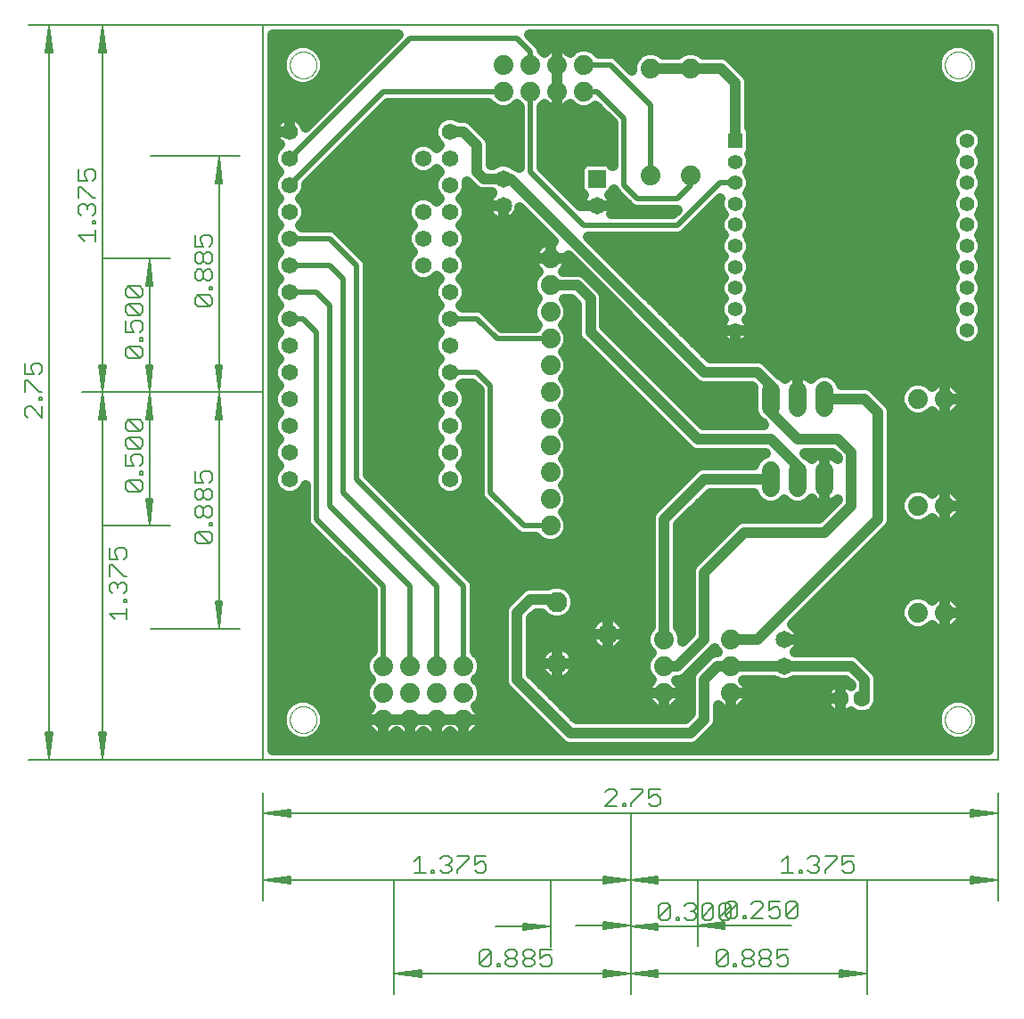
<source format=gtl>
G75*
%MOIN*%
%OFA0B0*%
%FSLAX25Y25*%
%IPPOS*%
%LPD*%
%AMOC8*
5,1,8,0,0,1.08239X$1,22.5*
%
%ADD10C,0.00000*%
%ADD11C,0.00512*%
%ADD12C,0.00600*%
%ADD13C,0.00800*%
%ADD14C,0.06731*%
%ADD15C,0.06500*%
%ADD16C,0.07400*%
%ADD17C,0.07677*%
%ADD18C,0.06299*%
%ADD19C,0.05600*%
%ADD20R,0.05600X0.05600*%
%ADD21C,0.06200*%
%ADD22R,0.06500X0.06500*%
%ADD23C,0.04000*%
%ADD24C,0.02000*%
D10*
X0102595Y0103933D02*
X0102597Y0104074D01*
X0102603Y0104215D01*
X0102613Y0104355D01*
X0102627Y0104495D01*
X0102645Y0104635D01*
X0102666Y0104774D01*
X0102692Y0104913D01*
X0102721Y0105051D01*
X0102755Y0105187D01*
X0102792Y0105323D01*
X0102833Y0105458D01*
X0102878Y0105592D01*
X0102927Y0105724D01*
X0102979Y0105855D01*
X0103035Y0105984D01*
X0103095Y0106111D01*
X0103158Y0106237D01*
X0103224Y0106361D01*
X0103295Y0106484D01*
X0103368Y0106604D01*
X0103445Y0106722D01*
X0103525Y0106838D01*
X0103609Y0106951D01*
X0103695Y0107062D01*
X0103785Y0107171D01*
X0103878Y0107277D01*
X0103973Y0107380D01*
X0104072Y0107481D01*
X0104173Y0107579D01*
X0104277Y0107674D01*
X0104384Y0107766D01*
X0104493Y0107855D01*
X0104605Y0107940D01*
X0104719Y0108023D01*
X0104835Y0108103D01*
X0104954Y0108179D01*
X0105075Y0108251D01*
X0105197Y0108321D01*
X0105322Y0108386D01*
X0105448Y0108449D01*
X0105576Y0108507D01*
X0105706Y0108562D01*
X0105837Y0108614D01*
X0105970Y0108661D01*
X0106104Y0108705D01*
X0106239Y0108746D01*
X0106375Y0108782D01*
X0106512Y0108814D01*
X0106650Y0108843D01*
X0106788Y0108868D01*
X0106928Y0108888D01*
X0107068Y0108905D01*
X0107208Y0108918D01*
X0107349Y0108927D01*
X0107489Y0108932D01*
X0107630Y0108933D01*
X0107771Y0108930D01*
X0107912Y0108923D01*
X0108052Y0108912D01*
X0108192Y0108897D01*
X0108332Y0108878D01*
X0108471Y0108856D01*
X0108609Y0108829D01*
X0108747Y0108799D01*
X0108883Y0108764D01*
X0109019Y0108726D01*
X0109153Y0108684D01*
X0109287Y0108638D01*
X0109419Y0108589D01*
X0109549Y0108535D01*
X0109678Y0108478D01*
X0109805Y0108418D01*
X0109931Y0108354D01*
X0110054Y0108286D01*
X0110176Y0108215D01*
X0110296Y0108141D01*
X0110413Y0108063D01*
X0110528Y0107982D01*
X0110641Y0107898D01*
X0110752Y0107811D01*
X0110860Y0107720D01*
X0110965Y0107627D01*
X0111068Y0107530D01*
X0111168Y0107431D01*
X0111265Y0107329D01*
X0111359Y0107224D01*
X0111450Y0107117D01*
X0111538Y0107007D01*
X0111623Y0106895D01*
X0111705Y0106780D01*
X0111784Y0106663D01*
X0111859Y0106544D01*
X0111931Y0106423D01*
X0111999Y0106300D01*
X0112064Y0106175D01*
X0112126Y0106048D01*
X0112183Y0105919D01*
X0112238Y0105789D01*
X0112288Y0105658D01*
X0112335Y0105525D01*
X0112378Y0105391D01*
X0112417Y0105255D01*
X0112452Y0105119D01*
X0112484Y0104982D01*
X0112511Y0104844D01*
X0112535Y0104705D01*
X0112555Y0104565D01*
X0112571Y0104425D01*
X0112583Y0104285D01*
X0112591Y0104144D01*
X0112595Y0104003D01*
X0112595Y0103863D01*
X0112591Y0103722D01*
X0112583Y0103581D01*
X0112571Y0103441D01*
X0112555Y0103301D01*
X0112535Y0103161D01*
X0112511Y0103022D01*
X0112484Y0102884D01*
X0112452Y0102747D01*
X0112417Y0102611D01*
X0112378Y0102475D01*
X0112335Y0102341D01*
X0112288Y0102208D01*
X0112238Y0102077D01*
X0112183Y0101947D01*
X0112126Y0101818D01*
X0112064Y0101691D01*
X0111999Y0101566D01*
X0111931Y0101443D01*
X0111859Y0101322D01*
X0111784Y0101203D01*
X0111705Y0101086D01*
X0111623Y0100971D01*
X0111538Y0100859D01*
X0111450Y0100749D01*
X0111359Y0100642D01*
X0111265Y0100537D01*
X0111168Y0100435D01*
X0111068Y0100336D01*
X0110965Y0100239D01*
X0110860Y0100146D01*
X0110752Y0100055D01*
X0110641Y0099968D01*
X0110528Y0099884D01*
X0110413Y0099803D01*
X0110296Y0099725D01*
X0110176Y0099651D01*
X0110054Y0099580D01*
X0109931Y0099512D01*
X0109805Y0099448D01*
X0109678Y0099388D01*
X0109549Y0099331D01*
X0109419Y0099277D01*
X0109287Y0099228D01*
X0109153Y0099182D01*
X0109019Y0099140D01*
X0108883Y0099102D01*
X0108747Y0099067D01*
X0108609Y0099037D01*
X0108471Y0099010D01*
X0108332Y0098988D01*
X0108192Y0098969D01*
X0108052Y0098954D01*
X0107912Y0098943D01*
X0107771Y0098936D01*
X0107630Y0098933D01*
X0107489Y0098934D01*
X0107349Y0098939D01*
X0107208Y0098948D01*
X0107068Y0098961D01*
X0106928Y0098978D01*
X0106788Y0098998D01*
X0106650Y0099023D01*
X0106512Y0099052D01*
X0106375Y0099084D01*
X0106239Y0099120D01*
X0106104Y0099161D01*
X0105970Y0099205D01*
X0105837Y0099252D01*
X0105706Y0099304D01*
X0105576Y0099359D01*
X0105448Y0099417D01*
X0105322Y0099480D01*
X0105197Y0099545D01*
X0105075Y0099615D01*
X0104954Y0099687D01*
X0104835Y0099763D01*
X0104719Y0099843D01*
X0104605Y0099926D01*
X0104493Y0100011D01*
X0104384Y0100100D01*
X0104277Y0100192D01*
X0104173Y0100287D01*
X0104072Y0100385D01*
X0103973Y0100486D01*
X0103878Y0100589D01*
X0103785Y0100695D01*
X0103695Y0100804D01*
X0103609Y0100915D01*
X0103525Y0101028D01*
X0103445Y0101144D01*
X0103368Y0101262D01*
X0103295Y0101382D01*
X0103224Y0101505D01*
X0103158Y0101629D01*
X0103095Y0101755D01*
X0103035Y0101882D01*
X0102979Y0102011D01*
X0102927Y0102142D01*
X0102878Y0102274D01*
X0102833Y0102408D01*
X0102792Y0102543D01*
X0102755Y0102679D01*
X0102721Y0102815D01*
X0102692Y0102953D01*
X0102666Y0103092D01*
X0102645Y0103231D01*
X0102627Y0103371D01*
X0102613Y0103511D01*
X0102603Y0103651D01*
X0102597Y0103792D01*
X0102595Y0103933D01*
X0102595Y0348933D02*
X0102597Y0349074D01*
X0102603Y0349215D01*
X0102613Y0349355D01*
X0102627Y0349495D01*
X0102645Y0349635D01*
X0102666Y0349774D01*
X0102692Y0349913D01*
X0102721Y0350051D01*
X0102755Y0350187D01*
X0102792Y0350323D01*
X0102833Y0350458D01*
X0102878Y0350592D01*
X0102927Y0350724D01*
X0102979Y0350855D01*
X0103035Y0350984D01*
X0103095Y0351111D01*
X0103158Y0351237D01*
X0103224Y0351361D01*
X0103295Y0351484D01*
X0103368Y0351604D01*
X0103445Y0351722D01*
X0103525Y0351838D01*
X0103609Y0351951D01*
X0103695Y0352062D01*
X0103785Y0352171D01*
X0103878Y0352277D01*
X0103973Y0352380D01*
X0104072Y0352481D01*
X0104173Y0352579D01*
X0104277Y0352674D01*
X0104384Y0352766D01*
X0104493Y0352855D01*
X0104605Y0352940D01*
X0104719Y0353023D01*
X0104835Y0353103D01*
X0104954Y0353179D01*
X0105075Y0353251D01*
X0105197Y0353321D01*
X0105322Y0353386D01*
X0105448Y0353449D01*
X0105576Y0353507D01*
X0105706Y0353562D01*
X0105837Y0353614D01*
X0105970Y0353661D01*
X0106104Y0353705D01*
X0106239Y0353746D01*
X0106375Y0353782D01*
X0106512Y0353814D01*
X0106650Y0353843D01*
X0106788Y0353868D01*
X0106928Y0353888D01*
X0107068Y0353905D01*
X0107208Y0353918D01*
X0107349Y0353927D01*
X0107489Y0353932D01*
X0107630Y0353933D01*
X0107771Y0353930D01*
X0107912Y0353923D01*
X0108052Y0353912D01*
X0108192Y0353897D01*
X0108332Y0353878D01*
X0108471Y0353856D01*
X0108609Y0353829D01*
X0108747Y0353799D01*
X0108883Y0353764D01*
X0109019Y0353726D01*
X0109153Y0353684D01*
X0109287Y0353638D01*
X0109419Y0353589D01*
X0109549Y0353535D01*
X0109678Y0353478D01*
X0109805Y0353418D01*
X0109931Y0353354D01*
X0110054Y0353286D01*
X0110176Y0353215D01*
X0110296Y0353141D01*
X0110413Y0353063D01*
X0110528Y0352982D01*
X0110641Y0352898D01*
X0110752Y0352811D01*
X0110860Y0352720D01*
X0110965Y0352627D01*
X0111068Y0352530D01*
X0111168Y0352431D01*
X0111265Y0352329D01*
X0111359Y0352224D01*
X0111450Y0352117D01*
X0111538Y0352007D01*
X0111623Y0351895D01*
X0111705Y0351780D01*
X0111784Y0351663D01*
X0111859Y0351544D01*
X0111931Y0351423D01*
X0111999Y0351300D01*
X0112064Y0351175D01*
X0112126Y0351048D01*
X0112183Y0350919D01*
X0112238Y0350789D01*
X0112288Y0350658D01*
X0112335Y0350525D01*
X0112378Y0350391D01*
X0112417Y0350255D01*
X0112452Y0350119D01*
X0112484Y0349982D01*
X0112511Y0349844D01*
X0112535Y0349705D01*
X0112555Y0349565D01*
X0112571Y0349425D01*
X0112583Y0349285D01*
X0112591Y0349144D01*
X0112595Y0349003D01*
X0112595Y0348863D01*
X0112591Y0348722D01*
X0112583Y0348581D01*
X0112571Y0348441D01*
X0112555Y0348301D01*
X0112535Y0348161D01*
X0112511Y0348022D01*
X0112484Y0347884D01*
X0112452Y0347747D01*
X0112417Y0347611D01*
X0112378Y0347475D01*
X0112335Y0347341D01*
X0112288Y0347208D01*
X0112238Y0347077D01*
X0112183Y0346947D01*
X0112126Y0346818D01*
X0112064Y0346691D01*
X0111999Y0346566D01*
X0111931Y0346443D01*
X0111859Y0346322D01*
X0111784Y0346203D01*
X0111705Y0346086D01*
X0111623Y0345971D01*
X0111538Y0345859D01*
X0111450Y0345749D01*
X0111359Y0345642D01*
X0111265Y0345537D01*
X0111168Y0345435D01*
X0111068Y0345336D01*
X0110965Y0345239D01*
X0110860Y0345146D01*
X0110752Y0345055D01*
X0110641Y0344968D01*
X0110528Y0344884D01*
X0110413Y0344803D01*
X0110296Y0344725D01*
X0110176Y0344651D01*
X0110054Y0344580D01*
X0109931Y0344512D01*
X0109805Y0344448D01*
X0109678Y0344388D01*
X0109549Y0344331D01*
X0109419Y0344277D01*
X0109287Y0344228D01*
X0109153Y0344182D01*
X0109019Y0344140D01*
X0108883Y0344102D01*
X0108747Y0344067D01*
X0108609Y0344037D01*
X0108471Y0344010D01*
X0108332Y0343988D01*
X0108192Y0343969D01*
X0108052Y0343954D01*
X0107912Y0343943D01*
X0107771Y0343936D01*
X0107630Y0343933D01*
X0107489Y0343934D01*
X0107349Y0343939D01*
X0107208Y0343948D01*
X0107068Y0343961D01*
X0106928Y0343978D01*
X0106788Y0343998D01*
X0106650Y0344023D01*
X0106512Y0344052D01*
X0106375Y0344084D01*
X0106239Y0344120D01*
X0106104Y0344161D01*
X0105970Y0344205D01*
X0105837Y0344252D01*
X0105706Y0344304D01*
X0105576Y0344359D01*
X0105448Y0344417D01*
X0105322Y0344480D01*
X0105197Y0344545D01*
X0105075Y0344615D01*
X0104954Y0344687D01*
X0104835Y0344763D01*
X0104719Y0344843D01*
X0104605Y0344926D01*
X0104493Y0345011D01*
X0104384Y0345100D01*
X0104277Y0345192D01*
X0104173Y0345287D01*
X0104072Y0345385D01*
X0103973Y0345486D01*
X0103878Y0345589D01*
X0103785Y0345695D01*
X0103695Y0345804D01*
X0103609Y0345915D01*
X0103525Y0346028D01*
X0103445Y0346144D01*
X0103368Y0346262D01*
X0103295Y0346382D01*
X0103224Y0346505D01*
X0103158Y0346629D01*
X0103095Y0346755D01*
X0103035Y0346882D01*
X0102979Y0347011D01*
X0102927Y0347142D01*
X0102878Y0347274D01*
X0102833Y0347408D01*
X0102792Y0347543D01*
X0102755Y0347679D01*
X0102721Y0347815D01*
X0102692Y0347953D01*
X0102666Y0348092D01*
X0102645Y0348231D01*
X0102627Y0348371D01*
X0102613Y0348511D01*
X0102603Y0348651D01*
X0102597Y0348792D01*
X0102595Y0348933D01*
X0347595Y0348933D02*
X0347597Y0349074D01*
X0347603Y0349215D01*
X0347613Y0349355D01*
X0347627Y0349495D01*
X0347645Y0349635D01*
X0347666Y0349774D01*
X0347692Y0349913D01*
X0347721Y0350051D01*
X0347755Y0350187D01*
X0347792Y0350323D01*
X0347833Y0350458D01*
X0347878Y0350592D01*
X0347927Y0350724D01*
X0347979Y0350855D01*
X0348035Y0350984D01*
X0348095Y0351111D01*
X0348158Y0351237D01*
X0348224Y0351361D01*
X0348295Y0351484D01*
X0348368Y0351604D01*
X0348445Y0351722D01*
X0348525Y0351838D01*
X0348609Y0351951D01*
X0348695Y0352062D01*
X0348785Y0352171D01*
X0348878Y0352277D01*
X0348973Y0352380D01*
X0349072Y0352481D01*
X0349173Y0352579D01*
X0349277Y0352674D01*
X0349384Y0352766D01*
X0349493Y0352855D01*
X0349605Y0352940D01*
X0349719Y0353023D01*
X0349835Y0353103D01*
X0349954Y0353179D01*
X0350075Y0353251D01*
X0350197Y0353321D01*
X0350322Y0353386D01*
X0350448Y0353449D01*
X0350576Y0353507D01*
X0350706Y0353562D01*
X0350837Y0353614D01*
X0350970Y0353661D01*
X0351104Y0353705D01*
X0351239Y0353746D01*
X0351375Y0353782D01*
X0351512Y0353814D01*
X0351650Y0353843D01*
X0351788Y0353868D01*
X0351928Y0353888D01*
X0352068Y0353905D01*
X0352208Y0353918D01*
X0352349Y0353927D01*
X0352489Y0353932D01*
X0352630Y0353933D01*
X0352771Y0353930D01*
X0352912Y0353923D01*
X0353052Y0353912D01*
X0353192Y0353897D01*
X0353332Y0353878D01*
X0353471Y0353856D01*
X0353609Y0353829D01*
X0353747Y0353799D01*
X0353883Y0353764D01*
X0354019Y0353726D01*
X0354153Y0353684D01*
X0354287Y0353638D01*
X0354419Y0353589D01*
X0354549Y0353535D01*
X0354678Y0353478D01*
X0354805Y0353418D01*
X0354931Y0353354D01*
X0355054Y0353286D01*
X0355176Y0353215D01*
X0355296Y0353141D01*
X0355413Y0353063D01*
X0355528Y0352982D01*
X0355641Y0352898D01*
X0355752Y0352811D01*
X0355860Y0352720D01*
X0355965Y0352627D01*
X0356068Y0352530D01*
X0356168Y0352431D01*
X0356265Y0352329D01*
X0356359Y0352224D01*
X0356450Y0352117D01*
X0356538Y0352007D01*
X0356623Y0351895D01*
X0356705Y0351780D01*
X0356784Y0351663D01*
X0356859Y0351544D01*
X0356931Y0351423D01*
X0356999Y0351300D01*
X0357064Y0351175D01*
X0357126Y0351048D01*
X0357183Y0350919D01*
X0357238Y0350789D01*
X0357288Y0350658D01*
X0357335Y0350525D01*
X0357378Y0350391D01*
X0357417Y0350255D01*
X0357452Y0350119D01*
X0357484Y0349982D01*
X0357511Y0349844D01*
X0357535Y0349705D01*
X0357555Y0349565D01*
X0357571Y0349425D01*
X0357583Y0349285D01*
X0357591Y0349144D01*
X0357595Y0349003D01*
X0357595Y0348863D01*
X0357591Y0348722D01*
X0357583Y0348581D01*
X0357571Y0348441D01*
X0357555Y0348301D01*
X0357535Y0348161D01*
X0357511Y0348022D01*
X0357484Y0347884D01*
X0357452Y0347747D01*
X0357417Y0347611D01*
X0357378Y0347475D01*
X0357335Y0347341D01*
X0357288Y0347208D01*
X0357238Y0347077D01*
X0357183Y0346947D01*
X0357126Y0346818D01*
X0357064Y0346691D01*
X0356999Y0346566D01*
X0356931Y0346443D01*
X0356859Y0346322D01*
X0356784Y0346203D01*
X0356705Y0346086D01*
X0356623Y0345971D01*
X0356538Y0345859D01*
X0356450Y0345749D01*
X0356359Y0345642D01*
X0356265Y0345537D01*
X0356168Y0345435D01*
X0356068Y0345336D01*
X0355965Y0345239D01*
X0355860Y0345146D01*
X0355752Y0345055D01*
X0355641Y0344968D01*
X0355528Y0344884D01*
X0355413Y0344803D01*
X0355296Y0344725D01*
X0355176Y0344651D01*
X0355054Y0344580D01*
X0354931Y0344512D01*
X0354805Y0344448D01*
X0354678Y0344388D01*
X0354549Y0344331D01*
X0354419Y0344277D01*
X0354287Y0344228D01*
X0354153Y0344182D01*
X0354019Y0344140D01*
X0353883Y0344102D01*
X0353747Y0344067D01*
X0353609Y0344037D01*
X0353471Y0344010D01*
X0353332Y0343988D01*
X0353192Y0343969D01*
X0353052Y0343954D01*
X0352912Y0343943D01*
X0352771Y0343936D01*
X0352630Y0343933D01*
X0352489Y0343934D01*
X0352349Y0343939D01*
X0352208Y0343948D01*
X0352068Y0343961D01*
X0351928Y0343978D01*
X0351788Y0343998D01*
X0351650Y0344023D01*
X0351512Y0344052D01*
X0351375Y0344084D01*
X0351239Y0344120D01*
X0351104Y0344161D01*
X0350970Y0344205D01*
X0350837Y0344252D01*
X0350706Y0344304D01*
X0350576Y0344359D01*
X0350448Y0344417D01*
X0350322Y0344480D01*
X0350197Y0344545D01*
X0350075Y0344615D01*
X0349954Y0344687D01*
X0349835Y0344763D01*
X0349719Y0344843D01*
X0349605Y0344926D01*
X0349493Y0345011D01*
X0349384Y0345100D01*
X0349277Y0345192D01*
X0349173Y0345287D01*
X0349072Y0345385D01*
X0348973Y0345486D01*
X0348878Y0345589D01*
X0348785Y0345695D01*
X0348695Y0345804D01*
X0348609Y0345915D01*
X0348525Y0346028D01*
X0348445Y0346144D01*
X0348368Y0346262D01*
X0348295Y0346382D01*
X0348224Y0346505D01*
X0348158Y0346629D01*
X0348095Y0346755D01*
X0348035Y0346882D01*
X0347979Y0347011D01*
X0347927Y0347142D01*
X0347878Y0347274D01*
X0347833Y0347408D01*
X0347792Y0347543D01*
X0347755Y0347679D01*
X0347721Y0347815D01*
X0347692Y0347953D01*
X0347666Y0348092D01*
X0347645Y0348231D01*
X0347627Y0348371D01*
X0347613Y0348511D01*
X0347603Y0348651D01*
X0347597Y0348792D01*
X0347595Y0348933D01*
X0347595Y0103933D02*
X0347597Y0104074D01*
X0347603Y0104215D01*
X0347613Y0104355D01*
X0347627Y0104495D01*
X0347645Y0104635D01*
X0347666Y0104774D01*
X0347692Y0104913D01*
X0347721Y0105051D01*
X0347755Y0105187D01*
X0347792Y0105323D01*
X0347833Y0105458D01*
X0347878Y0105592D01*
X0347927Y0105724D01*
X0347979Y0105855D01*
X0348035Y0105984D01*
X0348095Y0106111D01*
X0348158Y0106237D01*
X0348224Y0106361D01*
X0348295Y0106484D01*
X0348368Y0106604D01*
X0348445Y0106722D01*
X0348525Y0106838D01*
X0348609Y0106951D01*
X0348695Y0107062D01*
X0348785Y0107171D01*
X0348878Y0107277D01*
X0348973Y0107380D01*
X0349072Y0107481D01*
X0349173Y0107579D01*
X0349277Y0107674D01*
X0349384Y0107766D01*
X0349493Y0107855D01*
X0349605Y0107940D01*
X0349719Y0108023D01*
X0349835Y0108103D01*
X0349954Y0108179D01*
X0350075Y0108251D01*
X0350197Y0108321D01*
X0350322Y0108386D01*
X0350448Y0108449D01*
X0350576Y0108507D01*
X0350706Y0108562D01*
X0350837Y0108614D01*
X0350970Y0108661D01*
X0351104Y0108705D01*
X0351239Y0108746D01*
X0351375Y0108782D01*
X0351512Y0108814D01*
X0351650Y0108843D01*
X0351788Y0108868D01*
X0351928Y0108888D01*
X0352068Y0108905D01*
X0352208Y0108918D01*
X0352349Y0108927D01*
X0352489Y0108932D01*
X0352630Y0108933D01*
X0352771Y0108930D01*
X0352912Y0108923D01*
X0353052Y0108912D01*
X0353192Y0108897D01*
X0353332Y0108878D01*
X0353471Y0108856D01*
X0353609Y0108829D01*
X0353747Y0108799D01*
X0353883Y0108764D01*
X0354019Y0108726D01*
X0354153Y0108684D01*
X0354287Y0108638D01*
X0354419Y0108589D01*
X0354549Y0108535D01*
X0354678Y0108478D01*
X0354805Y0108418D01*
X0354931Y0108354D01*
X0355054Y0108286D01*
X0355176Y0108215D01*
X0355296Y0108141D01*
X0355413Y0108063D01*
X0355528Y0107982D01*
X0355641Y0107898D01*
X0355752Y0107811D01*
X0355860Y0107720D01*
X0355965Y0107627D01*
X0356068Y0107530D01*
X0356168Y0107431D01*
X0356265Y0107329D01*
X0356359Y0107224D01*
X0356450Y0107117D01*
X0356538Y0107007D01*
X0356623Y0106895D01*
X0356705Y0106780D01*
X0356784Y0106663D01*
X0356859Y0106544D01*
X0356931Y0106423D01*
X0356999Y0106300D01*
X0357064Y0106175D01*
X0357126Y0106048D01*
X0357183Y0105919D01*
X0357238Y0105789D01*
X0357288Y0105658D01*
X0357335Y0105525D01*
X0357378Y0105391D01*
X0357417Y0105255D01*
X0357452Y0105119D01*
X0357484Y0104982D01*
X0357511Y0104844D01*
X0357535Y0104705D01*
X0357555Y0104565D01*
X0357571Y0104425D01*
X0357583Y0104285D01*
X0357591Y0104144D01*
X0357595Y0104003D01*
X0357595Y0103863D01*
X0357591Y0103722D01*
X0357583Y0103581D01*
X0357571Y0103441D01*
X0357555Y0103301D01*
X0357535Y0103161D01*
X0357511Y0103022D01*
X0357484Y0102884D01*
X0357452Y0102747D01*
X0357417Y0102611D01*
X0357378Y0102475D01*
X0357335Y0102341D01*
X0357288Y0102208D01*
X0357238Y0102077D01*
X0357183Y0101947D01*
X0357126Y0101818D01*
X0357064Y0101691D01*
X0356999Y0101566D01*
X0356931Y0101443D01*
X0356859Y0101322D01*
X0356784Y0101203D01*
X0356705Y0101086D01*
X0356623Y0100971D01*
X0356538Y0100859D01*
X0356450Y0100749D01*
X0356359Y0100642D01*
X0356265Y0100537D01*
X0356168Y0100435D01*
X0356068Y0100336D01*
X0355965Y0100239D01*
X0355860Y0100146D01*
X0355752Y0100055D01*
X0355641Y0099968D01*
X0355528Y0099884D01*
X0355413Y0099803D01*
X0355296Y0099725D01*
X0355176Y0099651D01*
X0355054Y0099580D01*
X0354931Y0099512D01*
X0354805Y0099448D01*
X0354678Y0099388D01*
X0354549Y0099331D01*
X0354419Y0099277D01*
X0354287Y0099228D01*
X0354153Y0099182D01*
X0354019Y0099140D01*
X0353883Y0099102D01*
X0353747Y0099067D01*
X0353609Y0099037D01*
X0353471Y0099010D01*
X0353332Y0098988D01*
X0353192Y0098969D01*
X0353052Y0098954D01*
X0352912Y0098943D01*
X0352771Y0098936D01*
X0352630Y0098933D01*
X0352489Y0098934D01*
X0352349Y0098939D01*
X0352208Y0098948D01*
X0352068Y0098961D01*
X0351928Y0098978D01*
X0351788Y0098998D01*
X0351650Y0099023D01*
X0351512Y0099052D01*
X0351375Y0099084D01*
X0351239Y0099120D01*
X0351104Y0099161D01*
X0350970Y0099205D01*
X0350837Y0099252D01*
X0350706Y0099304D01*
X0350576Y0099359D01*
X0350448Y0099417D01*
X0350322Y0099480D01*
X0350197Y0099545D01*
X0350075Y0099615D01*
X0349954Y0099687D01*
X0349835Y0099763D01*
X0349719Y0099843D01*
X0349605Y0099926D01*
X0349493Y0100011D01*
X0349384Y0100100D01*
X0349277Y0100192D01*
X0349173Y0100287D01*
X0349072Y0100385D01*
X0348973Y0100486D01*
X0348878Y0100589D01*
X0348785Y0100695D01*
X0348695Y0100804D01*
X0348609Y0100915D01*
X0348525Y0101028D01*
X0348445Y0101144D01*
X0348368Y0101262D01*
X0348295Y0101382D01*
X0348224Y0101505D01*
X0348158Y0101629D01*
X0348095Y0101755D01*
X0348035Y0101882D01*
X0347979Y0102011D01*
X0347927Y0102142D01*
X0347878Y0102274D01*
X0347833Y0102408D01*
X0347792Y0102543D01*
X0347755Y0102679D01*
X0347721Y0102815D01*
X0347692Y0102953D01*
X0347666Y0103092D01*
X0347645Y0103231D01*
X0347627Y0103371D01*
X0347613Y0103511D01*
X0347603Y0103651D01*
X0347597Y0103792D01*
X0347595Y0103933D01*
D11*
X0092595Y0088933D02*
X0004918Y0088933D01*
X0012595Y0089189D02*
X0013619Y0099169D01*
X0013852Y0099169D02*
X0012595Y0089189D01*
X0011572Y0099169D01*
X0011338Y0099169D02*
X0013852Y0099169D01*
X0013107Y0099169D02*
X0012595Y0089189D01*
X0012083Y0099169D01*
X0011338Y0099169D02*
X0012595Y0089189D01*
X0012595Y0363677D01*
X0013619Y0353697D01*
X0013852Y0353697D02*
X0012595Y0363677D01*
X0011572Y0353697D01*
X0011338Y0353697D02*
X0013852Y0353697D01*
X0013107Y0353697D02*
X0012595Y0363677D01*
X0012083Y0353697D01*
X0011338Y0353697D02*
X0012595Y0363677D01*
X0004918Y0363933D02*
X0092595Y0363933D01*
X0024918Y0363933D01*
X0032595Y0363677D02*
X0033619Y0353697D01*
X0033852Y0353697D02*
X0032595Y0363677D01*
X0031572Y0353697D01*
X0031338Y0353697D02*
X0033852Y0353697D01*
X0033107Y0353697D02*
X0032595Y0363677D01*
X0032083Y0353697D01*
X0031338Y0353697D02*
X0032595Y0363677D01*
X0032595Y0226689D01*
X0033619Y0236669D01*
X0033852Y0236669D02*
X0032595Y0226689D01*
X0031572Y0236669D01*
X0031338Y0236669D02*
X0033852Y0236669D01*
X0033107Y0236669D02*
X0032595Y0226689D01*
X0032083Y0236669D01*
X0031338Y0236669D02*
X0032595Y0226689D01*
X0032595Y0226433D02*
X0057772Y0226433D01*
X0032595Y0226433D01*
X0032595Y0226177D02*
X0031572Y0216197D01*
X0031338Y0216196D02*
X0032595Y0226177D01*
X0033619Y0216197D01*
X0033852Y0216197D02*
X0031338Y0216196D01*
X0032083Y0216197D02*
X0032595Y0226177D01*
X0033107Y0216197D01*
X0033852Y0216197D02*
X0032595Y0226177D01*
X0032596Y0089189D01*
X0031572Y0099169D01*
X0031339Y0099169D02*
X0032596Y0089189D01*
X0033619Y0099169D01*
X0033853Y0099169D02*
X0031339Y0099169D01*
X0032084Y0099169D02*
X0032596Y0089189D01*
X0033108Y0099169D01*
X0033853Y0099169D02*
X0032596Y0089189D01*
X0024919Y0088933D02*
X0092596Y0088933D01*
X0092595Y0076610D02*
X0092595Y0063933D01*
X0092595Y0068933D02*
X0092595Y0036256D01*
X0092851Y0043933D02*
X0102831Y0042909D01*
X0102831Y0042676D02*
X0092851Y0043933D01*
X0102831Y0044957D01*
X0102831Y0045190D02*
X0102831Y0042676D01*
X0102831Y0043421D02*
X0092851Y0043933D01*
X0102831Y0044445D01*
X0102831Y0045190D02*
X0092851Y0043933D01*
X0229839Y0043933D01*
X0219859Y0042909D01*
X0219859Y0042676D02*
X0229839Y0043933D01*
X0219859Y0044957D01*
X0219859Y0045190D02*
X0219859Y0042676D01*
X0219859Y0043421D02*
X0229839Y0043933D01*
X0219859Y0044445D01*
X0219859Y0045190D02*
X0229839Y0043933D01*
X0230095Y0043933D02*
X0230095Y0018756D01*
X0230095Y0019256D02*
X0230095Y0043933D01*
X0230095Y0001256D01*
X0230095Y0043933D01*
X0230351Y0043933D02*
X0240331Y0042909D01*
X0240331Y0042676D02*
X0230351Y0043933D01*
X0240331Y0044957D01*
X0240331Y0045190D02*
X0240331Y0042676D01*
X0240331Y0043421D02*
X0230351Y0043933D01*
X0240331Y0044445D01*
X0240331Y0045190D02*
X0230351Y0043933D01*
X0367339Y0043933D01*
X0357359Y0042909D01*
X0357359Y0042676D02*
X0367339Y0043933D01*
X0357359Y0044957D01*
X0357359Y0045190D02*
X0357359Y0042676D01*
X0357359Y0043421D02*
X0367339Y0043933D01*
X0357359Y0044445D01*
X0357359Y0045190D02*
X0367339Y0043933D01*
X0367595Y0036256D02*
X0367595Y0068933D01*
X0367339Y0068933D02*
X0357359Y0067909D01*
X0357359Y0067676D02*
X0367339Y0068933D01*
X0357359Y0069957D01*
X0357359Y0070190D02*
X0357359Y0067676D01*
X0357359Y0068421D02*
X0367339Y0068933D01*
X0357359Y0069445D01*
X0357359Y0070190D02*
X0367339Y0068933D01*
X0092851Y0068933D01*
X0102831Y0067909D01*
X0102831Y0067676D02*
X0092851Y0068933D01*
X0102831Y0069957D01*
X0102831Y0070190D02*
X0102831Y0067676D01*
X0102831Y0068421D02*
X0092851Y0068933D01*
X0102831Y0069445D01*
X0102831Y0070190D02*
X0092851Y0068933D01*
X0141595Y0043933D02*
X0141595Y0001256D01*
X0141851Y0008933D02*
X0151831Y0007909D01*
X0151831Y0007676D02*
X0141851Y0008933D01*
X0151831Y0009957D01*
X0151831Y0010190D02*
X0151831Y0007676D01*
X0151831Y0008421D02*
X0141851Y0008933D01*
X0151831Y0009445D01*
X0151831Y0010190D02*
X0141851Y0008933D01*
X0229839Y0008933D01*
X0219859Y0007909D01*
X0219859Y0007676D02*
X0229839Y0008933D01*
X0219859Y0009957D01*
X0219859Y0010190D02*
X0219859Y0007676D01*
X0219859Y0008421D02*
X0229839Y0008933D01*
X0219859Y0009445D01*
X0219859Y0010190D02*
X0229839Y0008933D01*
X0230351Y0008933D02*
X0240331Y0007909D01*
X0240331Y0007676D02*
X0230351Y0008933D01*
X0240331Y0009957D01*
X0240331Y0010190D02*
X0240331Y0007676D01*
X0240331Y0008421D02*
X0230351Y0008933D01*
X0240331Y0009445D01*
X0240331Y0010190D02*
X0230351Y0008933D01*
X0318339Y0008933D01*
X0308359Y0007909D01*
X0308359Y0007676D02*
X0318339Y0008933D01*
X0308359Y0009957D01*
X0308359Y0010190D02*
X0308359Y0007676D01*
X0308359Y0008421D02*
X0318339Y0008933D01*
X0308359Y0009445D01*
X0308359Y0010190D02*
X0318339Y0008933D01*
X0318595Y0001256D02*
X0318595Y0043933D01*
X0290282Y0026933D02*
X0255351Y0026933D01*
X0265331Y0025909D01*
X0265331Y0025676D02*
X0265331Y0028190D01*
X0255351Y0026933D01*
X0265331Y0027957D01*
X0265331Y0027445D02*
X0255351Y0026933D01*
X0265331Y0026421D01*
X0265282Y0026433D02*
X0230351Y0026433D01*
X0240331Y0025409D01*
X0240331Y0025176D02*
X0230351Y0026433D01*
X0240331Y0027457D01*
X0240331Y0027690D02*
X0240331Y0025176D01*
X0240331Y0025921D02*
X0230351Y0026433D01*
X0240331Y0026945D01*
X0240331Y0027690D02*
X0230351Y0026433D01*
X0229839Y0026933D02*
X0219859Y0025909D01*
X0219859Y0025676D02*
X0219859Y0028190D01*
X0229839Y0026933D01*
X0219859Y0027957D01*
X0219859Y0027445D02*
X0229839Y0026933D01*
X0219859Y0026421D01*
X0219859Y0025676D02*
X0229839Y0026933D01*
X0209623Y0026933D01*
X0199839Y0026433D02*
X0189859Y0025409D01*
X0189859Y0025176D02*
X0199839Y0026433D01*
X0189859Y0027457D01*
X0189859Y0027690D02*
X0189859Y0025176D01*
X0189859Y0025921D02*
X0199839Y0026433D01*
X0189859Y0026945D01*
X0189859Y0027690D02*
X0199839Y0026433D01*
X0179623Y0026433D01*
X0200095Y0018756D02*
X0200095Y0043933D01*
X0230095Y0036256D02*
X0230095Y0068933D01*
X0230095Y0036256D01*
X0255095Y0043933D02*
X0255095Y0019256D01*
X0255351Y0026933D02*
X0265331Y0025676D01*
X0367595Y0063933D02*
X0367595Y0076610D01*
X0092595Y0226433D02*
X0024918Y0226433D01*
X0092595Y0226433D01*
X0083772Y0226433D02*
X0050595Y0226433D01*
X0083772Y0226433D01*
X0076095Y0226689D02*
X0077119Y0236669D01*
X0077352Y0236669D02*
X0076095Y0226689D01*
X0075072Y0236669D01*
X0074838Y0236669D02*
X0077352Y0236669D01*
X0076607Y0236669D02*
X0076095Y0226689D01*
X0075583Y0236669D01*
X0074838Y0236669D02*
X0076095Y0226689D01*
X0076095Y0314677D01*
X0077119Y0304697D01*
X0077352Y0304697D02*
X0076095Y0314677D01*
X0075072Y0304697D01*
X0074838Y0304697D02*
X0077352Y0304697D01*
X0076607Y0304697D02*
X0076095Y0314677D01*
X0075583Y0304697D01*
X0074838Y0304697D02*
X0076095Y0314677D01*
X0083772Y0314933D02*
X0050595Y0314933D01*
X0050095Y0276177D02*
X0051119Y0266197D01*
X0051352Y0266197D02*
X0050095Y0276177D01*
X0049072Y0266197D01*
X0048838Y0266197D02*
X0051352Y0266197D01*
X0050607Y0266197D02*
X0050095Y0276177D01*
X0049583Y0266197D01*
X0048838Y0266197D02*
X0050095Y0276177D01*
X0050095Y0226689D01*
X0051119Y0236669D01*
X0051352Y0236669D02*
X0050095Y0226689D01*
X0049072Y0236669D01*
X0048838Y0236669D02*
X0051352Y0236669D01*
X0050607Y0236669D02*
X0050095Y0226689D01*
X0049583Y0236669D01*
X0048838Y0236669D02*
X0050095Y0226689D01*
X0050095Y0226177D02*
X0051119Y0216197D01*
X0051352Y0216197D02*
X0050095Y0226177D01*
X0049072Y0216197D01*
X0048838Y0216197D02*
X0051352Y0216197D01*
X0050607Y0216197D02*
X0050095Y0226177D01*
X0049583Y0216197D01*
X0048838Y0216197D02*
X0050095Y0226177D01*
X0050095Y0176689D01*
X0051119Y0186669D01*
X0051352Y0186669D02*
X0050095Y0176689D01*
X0049072Y0186669D01*
X0048838Y0186669D02*
X0051352Y0186669D01*
X0050607Y0186669D02*
X0050095Y0176689D01*
X0049583Y0186669D01*
X0048838Y0186669D02*
X0050095Y0176689D01*
X0057772Y0176433D02*
X0032595Y0176433D01*
X0050595Y0137933D02*
X0083772Y0137933D01*
X0076095Y0138189D02*
X0077119Y0148169D01*
X0077352Y0148169D02*
X0076095Y0138189D01*
X0075072Y0148169D01*
X0074838Y0148169D02*
X0077352Y0148169D01*
X0076607Y0148169D02*
X0076095Y0138189D01*
X0075583Y0148169D01*
X0074838Y0148169D02*
X0076095Y0138189D01*
X0076095Y0226177D01*
X0077119Y0216197D01*
X0077352Y0216197D02*
X0076095Y0226177D01*
X0075072Y0216197D01*
X0074838Y0216197D02*
X0077352Y0216197D01*
X0076607Y0216197D02*
X0076095Y0226177D01*
X0075583Y0216197D01*
X0074838Y0216197D02*
X0076095Y0226177D01*
X0057772Y0276433D02*
X0032595Y0276433D01*
D12*
X0030033Y0283008D02*
X0030033Y0287278D01*
X0030033Y0285143D02*
X0023628Y0285143D01*
X0025763Y0283008D01*
X0028966Y0289453D02*
X0028966Y0290521D01*
X0030033Y0290521D01*
X0030033Y0289453D01*
X0028966Y0289453D01*
X0028966Y0292676D02*
X0030033Y0293744D01*
X0030033Y0295879D01*
X0028966Y0296947D01*
X0027898Y0296947D01*
X0026831Y0295879D01*
X0026831Y0294811D01*
X0026831Y0295879D02*
X0025763Y0296947D01*
X0024695Y0296947D01*
X0023628Y0295879D01*
X0023628Y0293744D01*
X0024695Y0292676D01*
X0023628Y0299122D02*
X0023628Y0303392D01*
X0024695Y0303392D01*
X0028966Y0299122D01*
X0030033Y0299122D01*
X0028966Y0305567D02*
X0030033Y0306635D01*
X0030033Y0308770D01*
X0028966Y0309838D01*
X0026831Y0309838D01*
X0025763Y0308770D01*
X0025763Y0307702D01*
X0026831Y0305567D01*
X0023628Y0305567D01*
X0023628Y0309838D01*
X0042195Y0266087D02*
X0046466Y0261817D01*
X0047533Y0262885D01*
X0047533Y0265020D01*
X0046466Y0266087D01*
X0042195Y0266087D01*
X0041128Y0265020D01*
X0041128Y0262885D01*
X0042195Y0261817D01*
X0046466Y0261817D01*
X0046466Y0259642D02*
X0047533Y0258574D01*
X0047533Y0256439D01*
X0046466Y0255372D01*
X0042195Y0259642D01*
X0046466Y0259642D01*
X0046466Y0255372D02*
X0042195Y0255372D01*
X0041128Y0256439D01*
X0041128Y0258574D01*
X0042195Y0259642D01*
X0041128Y0253196D02*
X0041128Y0248926D01*
X0044331Y0248926D01*
X0043263Y0251061D01*
X0043263Y0252129D01*
X0044331Y0253196D01*
X0046466Y0253196D01*
X0047533Y0252129D01*
X0047533Y0249994D01*
X0046466Y0248926D01*
X0046466Y0246771D02*
X0047533Y0246771D01*
X0047533Y0245703D01*
X0046466Y0245703D01*
X0046466Y0246771D01*
X0046466Y0243528D02*
X0042195Y0243528D01*
X0046466Y0239258D01*
X0047533Y0240326D01*
X0047533Y0242461D01*
X0046466Y0243528D01*
X0046466Y0239258D02*
X0042195Y0239258D01*
X0041128Y0240326D01*
X0041128Y0242461D01*
X0042195Y0243528D01*
X0042195Y0216087D02*
X0046466Y0211817D01*
X0047533Y0212885D01*
X0047533Y0215020D01*
X0046466Y0216087D01*
X0042195Y0216087D01*
X0041128Y0215020D01*
X0041128Y0212885D01*
X0042195Y0211817D01*
X0046466Y0211817D01*
X0046466Y0209642D02*
X0042195Y0209642D01*
X0046466Y0205372D01*
X0047533Y0206439D01*
X0047533Y0208574D01*
X0046466Y0209642D01*
X0046466Y0205372D02*
X0042195Y0205372D01*
X0041128Y0206439D01*
X0041128Y0208574D01*
X0042195Y0209642D01*
X0041128Y0203196D02*
X0041128Y0198926D01*
X0044331Y0198926D01*
X0043263Y0201061D01*
X0043263Y0202129D01*
X0044331Y0203196D01*
X0046466Y0203196D01*
X0047533Y0202129D01*
X0047533Y0199994D01*
X0046466Y0198926D01*
X0046466Y0196771D02*
X0047533Y0196771D01*
X0047533Y0195703D01*
X0046466Y0195703D01*
X0046466Y0196771D01*
X0046466Y0193528D02*
X0042195Y0193528D01*
X0046466Y0189258D01*
X0047533Y0190326D01*
X0047533Y0192461D01*
X0046466Y0193528D01*
X0046466Y0189258D02*
X0042195Y0189258D01*
X0041128Y0190326D01*
X0041128Y0192461D01*
X0042195Y0193528D01*
X0067128Y0192567D02*
X0070331Y0192567D01*
X0069263Y0194702D01*
X0069263Y0195770D01*
X0070331Y0196837D01*
X0072466Y0196837D01*
X0073533Y0195770D01*
X0073533Y0193635D01*
X0072466Y0192567D01*
X0072466Y0190392D02*
X0073533Y0189324D01*
X0073533Y0187189D01*
X0072466Y0186122D01*
X0071398Y0186122D01*
X0070331Y0187189D01*
X0070331Y0189324D01*
X0071398Y0190392D01*
X0072466Y0190392D01*
X0070331Y0189324D02*
X0069263Y0190392D01*
X0068195Y0190392D01*
X0067128Y0189324D01*
X0067128Y0187189D01*
X0068195Y0186122D01*
X0069263Y0186122D01*
X0070331Y0187189D01*
X0071398Y0183946D02*
X0070331Y0182879D01*
X0070331Y0180744D01*
X0069263Y0179676D01*
X0068195Y0179676D01*
X0067128Y0180744D01*
X0067128Y0182879D01*
X0068195Y0183946D01*
X0069263Y0183946D01*
X0070331Y0182879D01*
X0071398Y0183946D02*
X0072466Y0183946D01*
X0073533Y0182879D01*
X0073533Y0180744D01*
X0072466Y0179676D01*
X0071398Y0179676D01*
X0070331Y0180744D01*
X0072466Y0177521D02*
X0073533Y0177521D01*
X0073533Y0176453D01*
X0072466Y0176453D01*
X0072466Y0177521D01*
X0072466Y0174278D02*
X0073533Y0173211D01*
X0073533Y0171076D01*
X0072466Y0170008D01*
X0068195Y0174278D01*
X0072466Y0174278D01*
X0068195Y0174278D02*
X0067128Y0173211D01*
X0067128Y0171076D01*
X0068195Y0170008D01*
X0072466Y0170008D01*
X0067128Y0192567D02*
X0067128Y0196837D01*
X0040490Y0168283D02*
X0041557Y0167215D01*
X0041557Y0165080D01*
X0040490Y0164012D01*
X0038355Y0164012D02*
X0037287Y0166147D01*
X0037287Y0167215D01*
X0038355Y0168283D01*
X0040490Y0168283D01*
X0038355Y0164012D02*
X0035152Y0164012D01*
X0035152Y0168283D01*
X0035152Y0161837D02*
X0036219Y0161837D01*
X0040490Y0157567D01*
X0041557Y0157567D01*
X0040490Y0155392D02*
X0041557Y0154324D01*
X0041557Y0152189D01*
X0040490Y0151121D01*
X0040490Y0148966D02*
X0041557Y0148966D01*
X0041557Y0147899D01*
X0040490Y0147899D01*
X0040490Y0148966D01*
X0041557Y0145723D02*
X0041557Y0141453D01*
X0041557Y0143588D02*
X0035152Y0143588D01*
X0037287Y0141453D01*
X0036219Y0151121D02*
X0035152Y0152189D01*
X0035152Y0154324D01*
X0036219Y0155392D01*
X0037287Y0155392D01*
X0038355Y0154324D01*
X0039422Y0155392D01*
X0040490Y0155392D01*
X0038355Y0154324D02*
X0038355Y0153256D01*
X0035152Y0157567D02*
X0035152Y0161837D01*
X0010033Y0216999D02*
X0005763Y0221269D01*
X0004695Y0221269D01*
X0003628Y0220202D01*
X0003628Y0218067D01*
X0004695Y0216999D01*
X0010033Y0216999D02*
X0010033Y0221269D01*
X0010033Y0223444D02*
X0010033Y0224512D01*
X0008966Y0224512D01*
X0008966Y0223444D01*
X0010033Y0223444D01*
X0010033Y0226667D02*
X0008966Y0226667D01*
X0004695Y0230938D01*
X0003628Y0230938D01*
X0003628Y0226667D01*
X0003628Y0233113D02*
X0006831Y0233113D01*
X0005763Y0235248D01*
X0005763Y0236315D01*
X0006831Y0237383D01*
X0008966Y0237383D01*
X0010033Y0236315D01*
X0010033Y0234180D01*
X0008966Y0233113D01*
X0003628Y0233113D02*
X0003628Y0237383D01*
X0067128Y0259576D02*
X0068195Y0258508D01*
X0072466Y0258508D01*
X0068195Y0262778D01*
X0072466Y0262778D01*
X0073533Y0261711D01*
X0073533Y0259576D01*
X0072466Y0258508D01*
X0067128Y0259576D02*
X0067128Y0261711D01*
X0068195Y0262778D01*
X0072466Y0264953D02*
X0072466Y0266021D01*
X0073533Y0266021D01*
X0073533Y0264953D01*
X0072466Y0264953D01*
X0072466Y0268176D02*
X0071398Y0268176D01*
X0070331Y0269244D01*
X0070331Y0271379D01*
X0071398Y0272446D01*
X0072466Y0272446D01*
X0073533Y0271379D01*
X0073533Y0269244D01*
X0072466Y0268176D01*
X0070331Y0269244D02*
X0069263Y0268176D01*
X0068195Y0268176D01*
X0067128Y0269244D01*
X0067128Y0271379D01*
X0068195Y0272446D01*
X0069263Y0272446D01*
X0070331Y0271379D01*
X0071398Y0274622D02*
X0070331Y0275689D01*
X0070331Y0277824D01*
X0071398Y0278892D01*
X0072466Y0278892D01*
X0073533Y0277824D01*
X0073533Y0275689D01*
X0072466Y0274622D01*
X0071398Y0274622D01*
X0070331Y0275689D02*
X0069263Y0274622D01*
X0068195Y0274622D01*
X0067128Y0275689D01*
X0067128Y0277824D01*
X0068195Y0278892D01*
X0069263Y0278892D01*
X0070331Y0277824D01*
X0070331Y0281067D02*
X0069263Y0283202D01*
X0069263Y0284270D01*
X0070331Y0285337D01*
X0072466Y0285337D01*
X0073533Y0284270D01*
X0073533Y0282135D01*
X0072466Y0281067D01*
X0070331Y0281067D02*
X0067128Y0281067D01*
X0067128Y0285337D01*
X0221729Y0077900D02*
X0220661Y0076833D01*
X0221729Y0077900D02*
X0223864Y0077900D01*
X0224931Y0076833D01*
X0224931Y0075765D01*
X0220661Y0071495D01*
X0224931Y0071495D01*
X0227107Y0071495D02*
X0228174Y0071495D01*
X0228174Y0072562D01*
X0227107Y0072562D01*
X0227107Y0071495D01*
X0230329Y0071495D02*
X0230329Y0072562D01*
X0234600Y0076833D01*
X0234600Y0077900D01*
X0230329Y0077900D01*
X0236775Y0077900D02*
X0236775Y0074698D01*
X0238910Y0075765D01*
X0239977Y0075765D01*
X0241045Y0074698D01*
X0241045Y0072562D01*
X0239977Y0071495D01*
X0237842Y0071495D01*
X0236775Y0072562D01*
X0236775Y0077900D02*
X0241045Y0077900D01*
X0241699Y0035400D02*
X0240631Y0034333D01*
X0240631Y0030062D01*
X0244902Y0034333D01*
X0244902Y0030062D01*
X0243834Y0028995D01*
X0241699Y0028995D01*
X0240631Y0030062D01*
X0241699Y0035400D02*
X0243834Y0035400D01*
X0244902Y0034333D01*
X0247077Y0030062D02*
X0248144Y0030062D01*
X0248144Y0028995D01*
X0247077Y0028995D01*
X0247077Y0030062D01*
X0250300Y0030062D02*
X0251367Y0028995D01*
X0253502Y0028995D01*
X0254570Y0030062D01*
X0254570Y0031130D01*
X0253502Y0032198D01*
X0252435Y0032198D01*
X0253502Y0032198D02*
X0254570Y0033265D01*
X0254570Y0034333D01*
X0253502Y0035400D01*
X0251367Y0035400D01*
X0250300Y0034333D01*
X0256745Y0034333D02*
X0256745Y0030062D01*
X0261015Y0034333D01*
X0261015Y0030062D01*
X0259948Y0028995D01*
X0257813Y0028995D01*
X0256745Y0030062D01*
X0256745Y0034333D02*
X0257813Y0035400D01*
X0259948Y0035400D01*
X0261015Y0034333D01*
X0263191Y0034333D02*
X0263191Y0030062D01*
X0267461Y0034333D01*
X0267461Y0030062D01*
X0266393Y0028995D01*
X0264258Y0028995D01*
X0263191Y0030062D01*
X0265631Y0030562D02*
X0269902Y0034833D01*
X0269902Y0030562D01*
X0268834Y0029495D01*
X0266699Y0029495D01*
X0265631Y0030562D01*
X0265631Y0034833D01*
X0266699Y0035900D01*
X0268834Y0035900D01*
X0269902Y0034833D01*
X0267461Y0034333D02*
X0266393Y0035400D01*
X0264258Y0035400D01*
X0263191Y0034333D01*
X0272077Y0030562D02*
X0272077Y0029495D01*
X0273144Y0029495D01*
X0273144Y0030562D01*
X0272077Y0030562D01*
X0275300Y0029495D02*
X0279570Y0033765D01*
X0279570Y0034833D01*
X0278502Y0035900D01*
X0276367Y0035900D01*
X0275300Y0034833D01*
X0275300Y0029495D02*
X0279570Y0029495D01*
X0281745Y0030562D02*
X0282813Y0029495D01*
X0284948Y0029495D01*
X0286015Y0030562D01*
X0286015Y0032698D01*
X0284948Y0033765D01*
X0283880Y0033765D01*
X0281745Y0032698D01*
X0281745Y0035900D01*
X0286015Y0035900D01*
X0288191Y0034833D02*
X0289258Y0035900D01*
X0291393Y0035900D01*
X0292461Y0034833D01*
X0288191Y0030562D01*
X0289258Y0029495D01*
X0291393Y0029495D01*
X0292461Y0030562D01*
X0292461Y0034833D01*
X0288191Y0034833D02*
X0288191Y0030562D01*
X0289000Y0017900D02*
X0284729Y0017900D01*
X0284729Y0014698D01*
X0286864Y0015765D01*
X0287932Y0015765D01*
X0289000Y0014698D01*
X0289000Y0012562D01*
X0287932Y0011495D01*
X0285797Y0011495D01*
X0284729Y0012562D01*
X0282554Y0012562D02*
X0281486Y0011495D01*
X0279351Y0011495D01*
X0278284Y0012562D01*
X0278284Y0013630D01*
X0279351Y0014698D01*
X0281486Y0014698D01*
X0282554Y0013630D01*
X0282554Y0012562D01*
X0281486Y0014698D02*
X0282554Y0015765D01*
X0282554Y0016833D01*
X0281486Y0017900D01*
X0279351Y0017900D01*
X0278284Y0016833D01*
X0278284Y0015765D01*
X0279351Y0014698D01*
X0276109Y0015765D02*
X0275041Y0014698D01*
X0272906Y0014698D01*
X0271838Y0015765D01*
X0271838Y0016833D01*
X0272906Y0017900D01*
X0275041Y0017900D01*
X0276109Y0016833D01*
X0276109Y0015765D01*
X0275041Y0014698D02*
X0276109Y0013630D01*
X0276109Y0012562D01*
X0275041Y0011495D01*
X0272906Y0011495D01*
X0271838Y0012562D01*
X0271838Y0013630D01*
X0272906Y0014698D01*
X0269683Y0012562D02*
X0269683Y0011495D01*
X0268616Y0011495D01*
X0268616Y0012562D01*
X0269683Y0012562D01*
X0266440Y0012562D02*
X0266440Y0016833D01*
X0262170Y0012562D01*
X0263238Y0011495D01*
X0265373Y0011495D01*
X0266440Y0012562D01*
X0262170Y0012562D02*
X0262170Y0016833D01*
X0263238Y0017900D01*
X0265373Y0017900D01*
X0266440Y0016833D01*
X0286670Y0046495D02*
X0290940Y0046495D01*
X0288805Y0046495D02*
X0288805Y0052900D01*
X0286670Y0050765D01*
X0293116Y0047562D02*
X0294183Y0047562D01*
X0294183Y0046495D01*
X0293116Y0046495D01*
X0293116Y0047562D01*
X0296338Y0047562D02*
X0297406Y0046495D01*
X0299541Y0046495D01*
X0300609Y0047562D01*
X0300609Y0048630D01*
X0299541Y0049698D01*
X0298473Y0049698D01*
X0299541Y0049698D02*
X0300609Y0050765D01*
X0300609Y0051833D01*
X0299541Y0052900D01*
X0297406Y0052900D01*
X0296338Y0051833D01*
X0302784Y0052900D02*
X0307054Y0052900D01*
X0307054Y0051833D01*
X0302784Y0047562D01*
X0302784Y0046495D01*
X0309229Y0047562D02*
X0310297Y0046495D01*
X0312432Y0046495D01*
X0313500Y0047562D01*
X0313500Y0049698D01*
X0312432Y0050765D01*
X0311364Y0050765D01*
X0309229Y0049698D01*
X0309229Y0052900D01*
X0313500Y0052900D01*
X0200500Y0017900D02*
X0196229Y0017900D01*
X0196229Y0014698D01*
X0198364Y0015765D01*
X0199432Y0015765D01*
X0200500Y0014698D01*
X0200500Y0012562D01*
X0199432Y0011495D01*
X0197297Y0011495D01*
X0196229Y0012562D01*
X0194054Y0012562D02*
X0192986Y0011495D01*
X0190851Y0011495D01*
X0189784Y0012562D01*
X0189784Y0013630D01*
X0190851Y0014698D01*
X0192986Y0014698D01*
X0194054Y0013630D01*
X0194054Y0012562D01*
X0192986Y0014698D02*
X0194054Y0015765D01*
X0194054Y0016833D01*
X0192986Y0017900D01*
X0190851Y0017900D01*
X0189784Y0016833D01*
X0189784Y0015765D01*
X0190851Y0014698D01*
X0187609Y0015765D02*
X0186541Y0014698D01*
X0184406Y0014698D01*
X0183338Y0015765D01*
X0183338Y0016833D01*
X0184406Y0017900D01*
X0186541Y0017900D01*
X0187609Y0016833D01*
X0187609Y0015765D01*
X0186541Y0014698D02*
X0187609Y0013630D01*
X0187609Y0012562D01*
X0186541Y0011495D01*
X0184406Y0011495D01*
X0183338Y0012562D01*
X0183338Y0013630D01*
X0184406Y0014698D01*
X0181183Y0012562D02*
X0181183Y0011495D01*
X0180116Y0011495D01*
X0180116Y0012562D01*
X0181183Y0012562D01*
X0177940Y0012562D02*
X0176873Y0011495D01*
X0174738Y0011495D01*
X0173670Y0012562D01*
X0177940Y0016833D01*
X0177940Y0012562D01*
X0177940Y0016833D02*
X0176873Y0017900D01*
X0174738Y0017900D01*
X0173670Y0016833D01*
X0173670Y0012562D01*
X0172797Y0046495D02*
X0171729Y0047562D01*
X0172797Y0046495D02*
X0174932Y0046495D01*
X0176000Y0047562D01*
X0176000Y0049698D01*
X0174932Y0050765D01*
X0173864Y0050765D01*
X0171729Y0049698D01*
X0171729Y0052900D01*
X0176000Y0052900D01*
X0169554Y0052900D02*
X0169554Y0051833D01*
X0165284Y0047562D01*
X0165284Y0046495D01*
X0163109Y0047562D02*
X0162041Y0046495D01*
X0159906Y0046495D01*
X0158838Y0047562D01*
X0156683Y0047562D02*
X0156683Y0046495D01*
X0155616Y0046495D01*
X0155616Y0047562D01*
X0156683Y0047562D01*
X0153440Y0046495D02*
X0149170Y0046495D01*
X0151305Y0046495D02*
X0151305Y0052900D01*
X0149170Y0050765D01*
X0158838Y0051833D02*
X0159906Y0052900D01*
X0162041Y0052900D01*
X0163109Y0051833D01*
X0163109Y0050765D01*
X0162041Y0049698D01*
X0163109Y0048630D01*
X0163109Y0047562D01*
X0162041Y0049698D02*
X0160973Y0049698D01*
X0165284Y0052900D02*
X0169554Y0052900D01*
D13*
X0092595Y0088933D02*
X0367595Y0088933D01*
X0367595Y0363933D01*
X0092595Y0363933D01*
X0092595Y0088933D01*
D14*
X0282595Y0190568D02*
X0282595Y0197298D01*
X0292595Y0197298D02*
X0292595Y0190568D01*
X0302595Y0190568D02*
X0302595Y0197298D01*
X0302595Y0220568D02*
X0302595Y0227298D01*
X0292595Y0227298D02*
X0292595Y0220568D01*
X0282595Y0220568D02*
X0282595Y0227298D01*
D15*
X0217395Y0296333D03*
X0182395Y0296333D03*
X0182395Y0306333D03*
X0287595Y0133933D03*
X0287595Y0123933D03*
D16*
X0267595Y0123933D03*
X0267595Y0113933D03*
X0267595Y0133933D03*
X0242595Y0133933D03*
X0242595Y0123933D03*
X0242595Y0113933D03*
X0200095Y0176433D03*
X0200095Y0186433D03*
X0200095Y0196433D03*
X0200095Y0206433D03*
X0200095Y0216433D03*
X0200095Y0226433D03*
X0200095Y0236433D03*
X0200095Y0246433D03*
X0200095Y0256433D03*
X0200095Y0266433D03*
X0200095Y0276433D03*
X0237595Y0307633D03*
X0252595Y0307633D03*
X0252595Y0347633D03*
X0237595Y0347633D03*
X0212595Y0348933D03*
X0202595Y0348933D03*
X0192595Y0348933D03*
X0182595Y0348933D03*
X0182595Y0338933D03*
X0192595Y0338933D03*
X0202595Y0338933D03*
X0212595Y0338933D03*
X0337595Y0223933D03*
X0347595Y0223933D03*
X0347595Y0183933D03*
X0337595Y0183933D03*
X0337595Y0143933D03*
X0347595Y0143933D03*
X0167595Y0123933D03*
X0157595Y0123933D03*
X0147595Y0123933D03*
X0137595Y0123933D03*
X0137595Y0113933D03*
X0137595Y0103933D03*
X0147595Y0103933D03*
X0147595Y0113933D03*
X0157595Y0113933D03*
X0157595Y0103933D03*
X0167595Y0103933D03*
X0167595Y0113933D03*
D17*
X0202595Y0125035D03*
X0221493Y0136059D03*
X0202595Y0147870D03*
D18*
X0308658Y0111768D03*
X0316532Y0111768D03*
D19*
X0355902Y0249720D03*
X0355902Y0257594D03*
X0355902Y0265469D03*
X0355902Y0273343D03*
X0355902Y0281217D03*
X0355902Y0289091D03*
X0355902Y0296965D03*
X0355902Y0304839D03*
X0355902Y0312713D03*
X0355902Y0320587D03*
X0269288Y0312713D03*
X0269288Y0304839D03*
X0269288Y0296965D03*
X0269288Y0289091D03*
X0269288Y0281217D03*
X0269288Y0273343D03*
X0269288Y0265469D03*
X0269288Y0257594D03*
X0269288Y0249720D03*
D20*
X0269288Y0320587D03*
D21*
X0162595Y0323933D03*
X0162595Y0313933D03*
X0152595Y0313933D03*
X0162595Y0303933D03*
X0162595Y0293933D03*
X0152595Y0293933D03*
X0152595Y0283933D03*
X0152595Y0273933D03*
X0162595Y0273933D03*
X0162595Y0283933D03*
X0162595Y0263933D03*
X0162595Y0253933D03*
X0162595Y0243933D03*
X0162595Y0233933D03*
X0162595Y0223933D03*
X0162595Y0213933D03*
X0162595Y0203933D03*
X0162595Y0193933D03*
X0102595Y0193933D03*
X0102595Y0203933D03*
X0102595Y0213933D03*
X0102595Y0223933D03*
X0102595Y0233933D03*
X0102595Y0243933D03*
X0102595Y0253933D03*
X0102595Y0263933D03*
X0102595Y0273933D03*
X0102595Y0283933D03*
X0102595Y0293933D03*
X0102595Y0303933D03*
X0102595Y0313933D03*
X0102595Y0323933D03*
D22*
X0217395Y0306333D03*
D23*
X0210945Y0302447D02*
X0211432Y0301270D01*
X0212332Y0300370D01*
X0212540Y0300284D01*
X0212050Y0299609D01*
X0211603Y0298732D01*
X0211299Y0297797D01*
X0211145Y0296825D01*
X0211145Y0296333D01*
X0211145Y0296323D01*
X0196795Y0310673D01*
X0196795Y0333375D01*
X0197737Y0334316D01*
X0198168Y0333885D01*
X0198865Y0333350D01*
X0199625Y0332911D01*
X0200437Y0332575D01*
X0201285Y0332348D01*
X0202156Y0332233D01*
X0202595Y0332233D01*
X0202595Y0338933D01*
X0202595Y0338933D01*
X0202595Y0332233D01*
X0203034Y0332233D01*
X0203905Y0332348D01*
X0204753Y0332575D01*
X0205565Y0332911D01*
X0206325Y0333350D01*
X0207022Y0333885D01*
X0207454Y0334316D01*
X0208687Y0333084D01*
X0211223Y0332033D01*
X0213968Y0332033D01*
X0216504Y0333084D01*
X0217004Y0333584D01*
X0223395Y0327193D01*
X0223395Y0311306D01*
X0223358Y0311396D01*
X0222458Y0312296D01*
X0221282Y0312783D01*
X0213509Y0312783D01*
X0212332Y0312296D01*
X0211432Y0311396D01*
X0210945Y0310220D01*
X0210945Y0302447D01*
X0211849Y0300854D02*
X0206614Y0300854D01*
X0210612Y0296856D02*
X0211150Y0296856D01*
X0211145Y0296333D02*
X0217395Y0296333D01*
X0211145Y0296333D01*
X0217395Y0296333D02*
X0217395Y0296333D01*
X0217395Y0296333D01*
X0223645Y0296333D01*
X0223645Y0295841D01*
X0223491Y0294870D01*
X0223187Y0293934D01*
X0222779Y0293133D01*
X0245855Y0293133D01*
X0247455Y0294733D01*
X0231760Y0294733D01*
X0230216Y0295372D01*
X0229035Y0296554D01*
X0224035Y0301554D01*
X0223755Y0302229D01*
X0223358Y0301270D01*
X0222458Y0300370D01*
X0222250Y0300284D01*
X0222741Y0299609D01*
X0223187Y0298732D01*
X0223491Y0297797D01*
X0223645Y0296825D01*
X0223645Y0296333D01*
X0217395Y0296333D01*
X0223640Y0296856D02*
X0228733Y0296856D01*
X0224734Y0300854D02*
X0222942Y0300854D01*
X0223395Y0312850D02*
X0196795Y0312850D01*
X0196795Y0316848D02*
X0223395Y0316848D01*
X0223395Y0320847D02*
X0196795Y0320847D01*
X0196795Y0324845D02*
X0223395Y0324845D01*
X0221745Y0328844D02*
X0196795Y0328844D01*
X0196795Y0332842D02*
X0199792Y0332842D01*
X0202595Y0332842D02*
X0202595Y0332842D01*
X0205399Y0332842D02*
X0209269Y0332842D01*
X0215921Y0332842D02*
X0217746Y0332842D01*
X0202595Y0336841D02*
X0202595Y0336841D01*
X0202595Y0338933D02*
X0202595Y0348933D01*
X0202595Y0348933D01*
X0202595Y0342233D01*
X0202595Y0338933D01*
X0202595Y0338933D01*
X0202595Y0340839D02*
X0202595Y0340839D01*
X0202595Y0344838D02*
X0202595Y0344838D01*
X0202595Y0348836D02*
X0202595Y0348836D01*
X0202595Y0348933D02*
X0202595Y0355633D01*
X0202156Y0355633D01*
X0201285Y0355518D01*
X0200437Y0355291D01*
X0199625Y0354955D01*
X0198865Y0354516D01*
X0198168Y0353981D01*
X0197737Y0353550D01*
X0196795Y0354491D01*
X0196795Y0354769D01*
X0196156Y0356312D01*
X0192135Y0360333D01*
X0363995Y0360333D01*
X0363995Y0092533D01*
X0096195Y0092533D01*
X0096195Y0360333D01*
X0143055Y0360333D01*
X0108432Y0325709D01*
X0108248Y0326275D01*
X0107812Y0327130D01*
X0107248Y0327907D01*
X0106569Y0328586D01*
X0105792Y0329150D01*
X0104937Y0329586D01*
X0104024Y0329883D01*
X0103075Y0330033D01*
X0102595Y0330033D01*
X0102115Y0330033D01*
X0101167Y0329883D01*
X0100254Y0329586D01*
X0099398Y0329150D01*
X0098621Y0328586D01*
X0097942Y0327907D01*
X0097378Y0327130D01*
X0096942Y0326275D01*
X0096645Y0325361D01*
X0096495Y0324413D01*
X0096495Y0323933D01*
X0096495Y0323453D01*
X0096645Y0322505D01*
X0096942Y0321591D01*
X0097378Y0320736D01*
X0097942Y0319959D01*
X0098621Y0319280D01*
X0098860Y0319107D01*
X0097254Y0317502D01*
X0096295Y0315186D01*
X0096295Y0312680D01*
X0097254Y0310364D01*
X0098686Y0308933D01*
X0097254Y0307502D01*
X0096295Y0305186D01*
X0096295Y0302680D01*
X0097254Y0300364D01*
X0098686Y0298933D01*
X0097254Y0297502D01*
X0096295Y0295186D01*
X0096295Y0292680D01*
X0097254Y0290364D01*
X0098686Y0288933D01*
X0097254Y0287502D01*
X0096295Y0285186D01*
X0096295Y0282680D01*
X0097254Y0280364D01*
X0098686Y0278933D01*
X0097254Y0277502D01*
X0096295Y0275186D01*
X0096295Y0272680D01*
X0097254Y0270364D01*
X0098686Y0268933D01*
X0097254Y0267502D01*
X0096295Y0265186D01*
X0096295Y0262680D01*
X0097254Y0260364D01*
X0098686Y0258933D01*
X0097254Y0257502D01*
X0096295Y0255186D01*
X0096295Y0252680D01*
X0097254Y0250364D01*
X0098686Y0248933D01*
X0097254Y0247502D01*
X0096295Y0245186D01*
X0096295Y0242680D01*
X0097254Y0240364D01*
X0098686Y0238933D01*
X0097254Y0237502D01*
X0096295Y0235186D01*
X0096295Y0232680D01*
X0097254Y0230364D01*
X0098686Y0228933D01*
X0097254Y0227502D01*
X0096295Y0225186D01*
X0096295Y0222680D01*
X0097254Y0220364D01*
X0098686Y0218933D01*
X0097254Y0217502D01*
X0096295Y0215186D01*
X0096295Y0212680D01*
X0097254Y0210364D01*
X0098686Y0208933D01*
X0097254Y0207502D01*
X0096295Y0205186D01*
X0096295Y0202680D01*
X0097254Y0200364D01*
X0098686Y0198933D01*
X0097254Y0197502D01*
X0096295Y0195186D01*
X0096295Y0192680D01*
X0097254Y0190364D01*
X0099026Y0188592D01*
X0101342Y0187633D01*
X0103848Y0187633D01*
X0106164Y0188592D01*
X0107936Y0190364D01*
X0108395Y0191473D01*
X0108395Y0178098D01*
X0109035Y0176554D01*
X0133395Y0152193D01*
X0133395Y0129491D01*
X0131746Y0127842D01*
X0130695Y0125306D01*
X0130695Y0122561D01*
X0131746Y0120025D01*
X0132837Y0118933D01*
X0131746Y0117842D01*
X0130695Y0115306D01*
X0130695Y0112561D01*
X0131746Y0110025D01*
X0132978Y0108792D01*
X0132547Y0108360D01*
X0132012Y0107663D01*
X0131573Y0106903D01*
X0131237Y0106091D01*
X0131010Y0105243D01*
X0130895Y0104372D01*
X0130895Y0103933D01*
X0130895Y0103494D01*
X0131010Y0102623D01*
X0131237Y0101775D01*
X0131573Y0100963D01*
X0132012Y0100203D01*
X0132547Y0099506D01*
X0133168Y0098885D01*
X0133865Y0098350D01*
X0134625Y0097911D01*
X0135437Y0097575D01*
X0136285Y0097348D01*
X0137156Y0097233D01*
X0137595Y0097233D01*
X0137595Y0103933D01*
X0130895Y0103933D01*
X0137595Y0103933D01*
X0137595Y0103933D01*
X0137595Y0103933D01*
X0137595Y0097233D01*
X0138034Y0097233D01*
X0138905Y0097348D01*
X0139753Y0097575D01*
X0140565Y0097911D01*
X0141325Y0098350D01*
X0142022Y0098885D01*
X0142595Y0099458D01*
X0143168Y0098885D01*
X0143865Y0098350D01*
X0144625Y0097911D01*
X0145437Y0097575D01*
X0146285Y0097348D01*
X0147156Y0097233D01*
X0147595Y0097233D01*
X0147595Y0103933D01*
X0137595Y0103933D01*
X0137595Y0103933D01*
X0144295Y0103933D01*
X0147595Y0103933D01*
X0147595Y0103933D01*
X0147595Y0103933D01*
X0147595Y0097233D01*
X0148034Y0097233D01*
X0148905Y0097348D01*
X0149753Y0097575D01*
X0150565Y0097911D01*
X0151325Y0098350D01*
X0152022Y0098885D01*
X0152595Y0099458D01*
X0153168Y0098885D01*
X0153865Y0098350D01*
X0154625Y0097911D01*
X0155437Y0097575D01*
X0156285Y0097348D01*
X0157156Y0097233D01*
X0157595Y0097233D01*
X0157595Y0103933D01*
X0147595Y0103933D01*
X0147595Y0103933D01*
X0154295Y0103933D01*
X0157595Y0103933D01*
X0157595Y0103933D01*
X0157595Y0103933D01*
X0157595Y0097233D01*
X0158034Y0097233D01*
X0158905Y0097348D01*
X0159753Y0097575D01*
X0160565Y0097911D01*
X0161325Y0098350D01*
X0162022Y0098885D01*
X0162595Y0099458D01*
X0163168Y0098885D01*
X0163865Y0098350D01*
X0164625Y0097911D01*
X0165437Y0097575D01*
X0166285Y0097348D01*
X0167156Y0097233D01*
X0167595Y0097233D01*
X0167595Y0103933D01*
X0157595Y0103933D01*
X0157595Y0103933D01*
X0160895Y0103933D01*
X0167595Y0103933D01*
X0167595Y0103933D01*
X0167595Y0103933D01*
X0167595Y0097233D01*
X0168034Y0097233D01*
X0168905Y0097348D01*
X0169753Y0097575D01*
X0170565Y0097911D01*
X0171325Y0098350D01*
X0172022Y0098885D01*
X0172643Y0099506D01*
X0173178Y0100203D01*
X0173617Y0100963D01*
X0173953Y0101775D01*
X0174180Y0102623D01*
X0174295Y0103494D01*
X0174295Y0103933D01*
X0167595Y0103933D01*
X0167595Y0103933D01*
X0174295Y0103933D01*
X0174295Y0104372D01*
X0174180Y0105243D01*
X0173953Y0106091D01*
X0173617Y0106903D01*
X0173178Y0107663D01*
X0172643Y0108360D01*
X0172212Y0108792D01*
X0173445Y0110025D01*
X0174495Y0112561D01*
X0174495Y0115306D01*
X0173445Y0117842D01*
X0172353Y0118933D01*
X0173445Y0120025D01*
X0174495Y0122561D01*
X0174495Y0125306D01*
X0173445Y0127842D01*
X0171795Y0129491D01*
X0171795Y0154769D01*
X0171156Y0156312D01*
X0131795Y0195673D01*
X0131795Y0274769D01*
X0131156Y0276312D01*
X0121156Y0286312D01*
X0119974Y0287494D01*
X0118431Y0288133D01*
X0107305Y0288133D01*
X0106505Y0288933D01*
X0107936Y0290364D01*
X0108895Y0292680D01*
X0108895Y0295186D01*
X0107936Y0297502D01*
X0106505Y0298933D01*
X0107936Y0300364D01*
X0108895Y0302680D01*
X0108895Y0304293D01*
X0139335Y0334733D01*
X0177037Y0334733D01*
X0178687Y0333084D01*
X0181223Y0332033D01*
X0183968Y0332033D01*
X0186504Y0333084D01*
X0187595Y0334175D01*
X0188395Y0333375D01*
X0188395Y0310487D01*
X0188141Y0310741D01*
X0186379Y0311471D01*
X0186049Y0311801D01*
X0183678Y0312783D01*
X0181112Y0312783D01*
X0178741Y0311801D01*
X0178473Y0311533D01*
X0177795Y0311533D01*
X0177795Y0319967D01*
X0177003Y0321879D01*
X0172003Y0326879D01*
X0170541Y0328341D01*
X0168629Y0329133D01*
X0166305Y0329133D01*
X0166164Y0329274D01*
X0163848Y0330233D01*
X0161342Y0330233D01*
X0159026Y0329274D01*
X0157254Y0327502D01*
X0156295Y0325186D01*
X0156295Y0322680D01*
X0157254Y0320364D01*
X0158686Y0318933D01*
X0157595Y0317843D01*
X0156164Y0319274D01*
X0153848Y0320233D01*
X0151342Y0320233D01*
X0149026Y0319274D01*
X0147254Y0317502D01*
X0146295Y0315186D01*
X0146295Y0312680D01*
X0147254Y0310364D01*
X0149026Y0308592D01*
X0151342Y0307633D01*
X0153848Y0307633D01*
X0156164Y0308592D01*
X0157595Y0310024D01*
X0158686Y0308933D01*
X0157254Y0307502D01*
X0156295Y0305186D01*
X0156295Y0302680D01*
X0157254Y0300364D01*
X0158686Y0298933D01*
X0157595Y0297843D01*
X0156164Y0299274D01*
X0153848Y0300233D01*
X0151342Y0300233D01*
X0149026Y0299274D01*
X0147254Y0297502D01*
X0146295Y0295186D01*
X0146295Y0292680D01*
X0147254Y0290364D01*
X0148686Y0288933D01*
X0147254Y0287502D01*
X0146295Y0285186D01*
X0146295Y0282680D01*
X0147254Y0280364D01*
X0148686Y0278933D01*
X0147254Y0277502D01*
X0146295Y0275186D01*
X0146295Y0272680D01*
X0147254Y0270364D01*
X0149026Y0268592D01*
X0151342Y0267633D01*
X0153848Y0267633D01*
X0156164Y0268592D01*
X0157595Y0270024D01*
X0158686Y0268933D01*
X0157254Y0267502D01*
X0156295Y0265186D01*
X0156295Y0262680D01*
X0157254Y0260364D01*
X0158686Y0258933D01*
X0157254Y0257502D01*
X0156295Y0255186D01*
X0156295Y0252680D01*
X0157254Y0250364D01*
X0158686Y0248933D01*
X0157254Y0247502D01*
X0156295Y0245186D01*
X0156295Y0242680D01*
X0157254Y0240364D01*
X0158686Y0238933D01*
X0157254Y0237502D01*
X0156295Y0235186D01*
X0156295Y0232680D01*
X0157254Y0230364D01*
X0158686Y0228933D01*
X0157254Y0227502D01*
X0156295Y0225186D01*
X0156295Y0222680D01*
X0157254Y0220364D01*
X0158686Y0218933D01*
X0157254Y0217502D01*
X0156295Y0215186D01*
X0156295Y0212680D01*
X0157254Y0210364D01*
X0158686Y0208933D01*
X0157254Y0207502D01*
X0156295Y0205186D01*
X0156295Y0202680D01*
X0157254Y0200364D01*
X0158686Y0198933D01*
X0157254Y0197502D01*
X0156295Y0195186D01*
X0156295Y0192680D01*
X0157254Y0190364D01*
X0159026Y0188592D01*
X0161342Y0187633D01*
X0163848Y0187633D01*
X0166164Y0188592D01*
X0167936Y0190364D01*
X0168895Y0192680D01*
X0168895Y0195186D01*
X0167936Y0197502D01*
X0166505Y0198933D01*
X0167936Y0200364D01*
X0168895Y0202680D01*
X0168895Y0205186D01*
X0167936Y0207502D01*
X0166505Y0208933D01*
X0167936Y0210364D01*
X0168895Y0212680D01*
X0168895Y0215186D01*
X0167936Y0217502D01*
X0166505Y0218933D01*
X0167936Y0220364D01*
X0168895Y0222680D01*
X0168895Y0225186D01*
X0167936Y0227502D01*
X0166505Y0228933D01*
X0167305Y0229733D01*
X0170855Y0229733D01*
X0173395Y0227193D01*
X0173395Y0188098D01*
X0174035Y0186554D01*
X0175216Y0185372D01*
X0186535Y0174054D01*
X0187716Y0172872D01*
X0189260Y0172233D01*
X0194537Y0172233D01*
X0196187Y0170584D01*
X0198723Y0169533D01*
X0201468Y0169533D01*
X0204004Y0170584D01*
X0205945Y0172525D01*
X0206995Y0175061D01*
X0206995Y0177806D01*
X0205945Y0180342D01*
X0204853Y0181433D01*
X0205945Y0182525D01*
X0206995Y0185061D01*
X0206995Y0187806D01*
X0205945Y0190342D01*
X0204853Y0191433D01*
X0205945Y0192525D01*
X0206995Y0195061D01*
X0206995Y0197806D01*
X0205945Y0200342D01*
X0204853Y0201433D01*
X0205945Y0202525D01*
X0206995Y0205061D01*
X0206995Y0207806D01*
X0205945Y0210342D01*
X0204853Y0211433D01*
X0205945Y0212525D01*
X0206995Y0215061D01*
X0206995Y0217806D01*
X0205945Y0220342D01*
X0204853Y0221433D01*
X0205945Y0222525D01*
X0206995Y0225061D01*
X0206995Y0227806D01*
X0205945Y0230342D01*
X0204853Y0231433D01*
X0205945Y0232525D01*
X0206995Y0235061D01*
X0206995Y0237806D01*
X0205945Y0240342D01*
X0204853Y0241433D01*
X0205945Y0242525D01*
X0206995Y0245061D01*
X0206995Y0247806D01*
X0205945Y0250342D01*
X0204853Y0251433D01*
X0205945Y0252525D01*
X0206995Y0255061D01*
X0206995Y0257806D01*
X0205945Y0260342D01*
X0205053Y0261233D01*
X0207941Y0261233D01*
X0209895Y0259279D01*
X0209895Y0247899D01*
X0210687Y0245987D01*
X0212150Y0244525D01*
X0252150Y0204525D01*
X0254061Y0203733D01*
X0280441Y0203733D01*
X0280597Y0203577D01*
X0278876Y0202864D01*
X0277029Y0201017D01*
X0276249Y0199133D01*
X0256561Y0199133D01*
X0254650Y0198341D01*
X0253187Y0196879D01*
X0238187Y0181879D01*
X0237395Y0179967D01*
X0237395Y0138491D01*
X0236746Y0137842D01*
X0235695Y0135306D01*
X0235695Y0132561D01*
X0236746Y0130025D01*
X0237837Y0128933D01*
X0236746Y0127842D01*
X0235695Y0125306D01*
X0235695Y0122561D01*
X0236746Y0120025D01*
X0237978Y0118792D01*
X0237547Y0118360D01*
X0237012Y0117663D01*
X0236573Y0116903D01*
X0236237Y0116091D01*
X0236010Y0115243D01*
X0235895Y0114372D01*
X0235895Y0113933D01*
X0235895Y0113494D01*
X0236010Y0112623D01*
X0236237Y0111775D01*
X0236573Y0110963D01*
X0237012Y0110203D01*
X0237547Y0109506D01*
X0238168Y0108885D01*
X0238865Y0108350D01*
X0239625Y0107911D01*
X0240437Y0107575D01*
X0241285Y0107348D01*
X0242156Y0107233D01*
X0242595Y0107233D01*
X0242595Y0113933D01*
X0235895Y0113933D01*
X0242595Y0113933D01*
X0242595Y0113933D01*
X0242595Y0113933D01*
X0242595Y0107233D01*
X0243034Y0107233D01*
X0243905Y0107348D01*
X0244753Y0107575D01*
X0245565Y0107911D01*
X0246325Y0108350D01*
X0247022Y0108885D01*
X0247643Y0109506D01*
X0248178Y0110203D01*
X0248617Y0110963D01*
X0248953Y0111775D01*
X0249180Y0112623D01*
X0249295Y0113494D01*
X0249295Y0113933D01*
X0242595Y0113933D01*
X0242595Y0113933D01*
X0249295Y0113933D01*
X0249295Y0114372D01*
X0249180Y0115243D01*
X0248953Y0116091D01*
X0248617Y0116903D01*
X0248178Y0117663D01*
X0247643Y0118360D01*
X0247270Y0118733D01*
X0248629Y0118733D01*
X0250541Y0119525D01*
X0261539Y0130523D01*
X0261746Y0130025D01*
X0262637Y0129133D01*
X0261561Y0129133D01*
X0259650Y0128341D01*
X0254650Y0123341D01*
X0253187Y0121879D01*
X0252395Y0119967D01*
X0252395Y0106087D01*
X0250441Y0104133D01*
X0209749Y0104133D01*
X0192795Y0121087D01*
X0192795Y0141779D01*
X0194749Y0143733D01*
X0196778Y0143733D01*
X0198608Y0141903D01*
X0201195Y0140831D01*
X0203995Y0140831D01*
X0206582Y0141903D01*
X0208562Y0143883D01*
X0209634Y0146470D01*
X0209634Y0149270D01*
X0208562Y0151857D01*
X0206582Y0153837D01*
X0203995Y0154909D01*
X0201195Y0154909D01*
X0199323Y0154133D01*
X0191561Y0154133D01*
X0189650Y0153341D01*
X0188187Y0151879D01*
X0183187Y0146879D01*
X0182395Y0144967D01*
X0182395Y0117899D01*
X0183187Y0115987D01*
X0184650Y0114525D01*
X0204650Y0094525D01*
X0206561Y0093733D01*
X0253629Y0093733D01*
X0255541Y0094525D01*
X0257003Y0095987D01*
X0262003Y0100987D01*
X0262795Y0102899D01*
X0262795Y0109258D01*
X0263168Y0108885D01*
X0263865Y0108350D01*
X0264625Y0107911D01*
X0265437Y0107575D01*
X0266285Y0107348D01*
X0267156Y0107233D01*
X0267595Y0107233D01*
X0267595Y0113933D01*
X0267595Y0113933D01*
X0267595Y0107233D01*
X0268034Y0107233D01*
X0268905Y0107348D01*
X0269753Y0107575D01*
X0270565Y0107911D01*
X0271325Y0108350D01*
X0272022Y0108885D01*
X0272643Y0109506D01*
X0273178Y0110203D01*
X0273617Y0110963D01*
X0273953Y0111775D01*
X0274180Y0112623D01*
X0274295Y0113494D01*
X0274295Y0113933D01*
X0267595Y0113933D01*
X0267595Y0113933D01*
X0274295Y0113933D01*
X0274295Y0114372D01*
X0274180Y0115243D01*
X0273953Y0116091D01*
X0273617Y0116903D01*
X0273178Y0117663D01*
X0272643Y0118360D01*
X0272270Y0118733D01*
X0283673Y0118733D01*
X0283941Y0118465D01*
X0286312Y0117483D01*
X0288878Y0117483D01*
X0291249Y0118465D01*
X0291517Y0118733D01*
X0310441Y0118733D01*
X0312395Y0116779D01*
X0312395Y0116654D01*
X0311881Y0117027D01*
X0311019Y0117467D01*
X0310098Y0117766D01*
X0309142Y0117917D01*
X0308658Y0117917D01*
X0308174Y0117917D01*
X0307218Y0117766D01*
X0306297Y0117467D01*
X0305435Y0117027D01*
X0304652Y0116458D01*
X0303967Y0115774D01*
X0303399Y0114991D01*
X0302959Y0114128D01*
X0302660Y0113208D01*
X0302509Y0112252D01*
X0302509Y0111768D01*
X0308658Y0111768D01*
X0308658Y0117917D01*
X0308658Y0111768D01*
X0308658Y0111768D01*
X0308658Y0111768D01*
X0302509Y0111768D01*
X0302509Y0111284D01*
X0302660Y0110328D01*
X0302959Y0109407D01*
X0303399Y0108545D01*
X0303967Y0107762D01*
X0304652Y0107077D01*
X0305435Y0106508D01*
X0306297Y0106069D01*
X0307218Y0105770D01*
X0308174Y0105618D01*
X0308658Y0105618D01*
X0308658Y0111768D01*
X0308658Y0111768D01*
X0308658Y0105618D01*
X0309142Y0105618D01*
X0310098Y0105770D01*
X0311019Y0106069D01*
X0311881Y0106508D01*
X0312420Y0106900D01*
X0312935Y0106385D01*
X0315269Y0105418D01*
X0317795Y0105418D01*
X0320129Y0106385D01*
X0321915Y0108171D01*
X0322882Y0110505D01*
X0322882Y0113031D01*
X0322795Y0113240D01*
X0322795Y0119967D01*
X0322003Y0121879D01*
X0320541Y0123341D01*
X0315541Y0128341D01*
X0313629Y0129133D01*
X0291622Y0129133D01*
X0291667Y0129166D01*
X0292362Y0129861D01*
X0292941Y0130657D01*
X0293387Y0131534D01*
X0293691Y0132470D01*
X0293845Y0133441D01*
X0293845Y0133933D01*
X0287595Y0133933D01*
X0287595Y0133933D01*
X0293845Y0133933D01*
X0293845Y0134425D01*
X0293691Y0135397D01*
X0293387Y0136332D01*
X0292941Y0137209D01*
X0292362Y0138005D01*
X0291667Y0138700D01*
X0290871Y0139279D01*
X0290489Y0139473D01*
X0325541Y0174525D01*
X0327003Y0175987D01*
X0327795Y0177899D01*
X0327795Y0219967D01*
X0327003Y0221879D01*
X0325541Y0223341D01*
X0325541Y0223341D01*
X0322003Y0226879D01*
X0320541Y0228341D01*
X0318629Y0229133D01*
X0308941Y0229133D01*
X0308161Y0231017D01*
X0306314Y0232864D01*
X0303901Y0233864D01*
X0301289Y0233864D01*
X0298876Y0232864D01*
X0297453Y0231441D01*
X0297450Y0231445D01*
X0296742Y0232154D01*
X0295931Y0232743D01*
X0295039Y0233197D01*
X0294086Y0233507D01*
X0293096Y0233664D01*
X0292595Y0233664D01*
X0292094Y0233664D01*
X0291105Y0233507D01*
X0290152Y0233197D01*
X0289259Y0232743D01*
X0288448Y0232154D01*
X0287740Y0231445D01*
X0287737Y0231441D01*
X0286314Y0232864D01*
X0285808Y0233074D01*
X0282003Y0236879D01*
X0280541Y0238341D01*
X0278629Y0239133D01*
X0259749Y0239133D01*
X0214149Y0284733D01*
X0248431Y0284733D01*
X0249974Y0285372D01*
X0263662Y0299060D01*
X0263288Y0298158D01*
X0263288Y0295771D01*
X0264202Y0293566D01*
X0264740Y0293028D01*
X0264202Y0292489D01*
X0263288Y0290284D01*
X0263288Y0287897D01*
X0264202Y0285692D01*
X0264740Y0285154D01*
X0264202Y0284615D01*
X0263288Y0282410D01*
X0263288Y0280023D01*
X0264202Y0277818D01*
X0264740Y0277280D01*
X0264202Y0276741D01*
X0263288Y0274536D01*
X0263288Y0272149D01*
X0264202Y0269944D01*
X0264740Y0269405D01*
X0264202Y0268867D01*
X0263288Y0266662D01*
X0263288Y0264275D01*
X0264202Y0262070D01*
X0264740Y0261531D01*
X0264202Y0260993D01*
X0263288Y0258788D01*
X0263288Y0256401D01*
X0264202Y0254196D01*
X0264881Y0253516D01*
X0264864Y0253499D01*
X0264327Y0252760D01*
X0263913Y0251947D01*
X0263631Y0251079D01*
X0263488Y0250177D01*
X0263488Y0249721D01*
X0269288Y0249721D01*
X0269288Y0249720D01*
X0269288Y0249720D01*
X0269288Y0243920D01*
X0269745Y0243920D01*
X0270646Y0244063D01*
X0271514Y0244345D01*
X0272328Y0244760D01*
X0273066Y0245296D01*
X0273712Y0245942D01*
X0274249Y0246681D01*
X0274663Y0247494D01*
X0274945Y0248362D01*
X0275088Y0249264D01*
X0275088Y0249720D01*
X0269288Y0249720D01*
X0269288Y0243920D01*
X0268832Y0243920D01*
X0267930Y0244063D01*
X0267062Y0244345D01*
X0266248Y0244760D01*
X0265510Y0245296D01*
X0264864Y0245942D01*
X0264327Y0246681D01*
X0263913Y0247494D01*
X0263631Y0248362D01*
X0263488Y0249264D01*
X0263488Y0249720D01*
X0269288Y0249720D01*
X0269288Y0249721D01*
X0275088Y0249721D01*
X0275088Y0250177D01*
X0274945Y0251079D01*
X0274663Y0251947D01*
X0274249Y0252760D01*
X0273712Y0253499D01*
X0273695Y0253516D01*
X0274375Y0254196D01*
X0275288Y0256401D01*
X0275288Y0258788D01*
X0274375Y0260993D01*
X0273836Y0261531D01*
X0274375Y0262070D01*
X0275288Y0264275D01*
X0275288Y0266662D01*
X0274375Y0268867D01*
X0273836Y0269405D01*
X0274375Y0269944D01*
X0275288Y0272149D01*
X0275288Y0274536D01*
X0274375Y0276741D01*
X0273836Y0277280D01*
X0274375Y0277818D01*
X0275288Y0280023D01*
X0275288Y0282410D01*
X0274375Y0284615D01*
X0273836Y0285154D01*
X0274375Y0285692D01*
X0275288Y0287897D01*
X0275288Y0290284D01*
X0274375Y0292489D01*
X0273836Y0293028D01*
X0274375Y0293566D01*
X0275288Y0295771D01*
X0275288Y0298158D01*
X0274375Y0300363D01*
X0273836Y0300902D01*
X0274375Y0301440D01*
X0275288Y0303645D01*
X0275288Y0306032D01*
X0274375Y0308237D01*
X0273836Y0308776D01*
X0274375Y0309314D01*
X0275288Y0311519D01*
X0275288Y0313906D01*
X0274540Y0315713D01*
X0274801Y0315974D01*
X0275288Y0317150D01*
X0275288Y0324023D01*
X0274801Y0325199D01*
X0274488Y0325512D01*
X0274488Y0343274D01*
X0273696Y0345186D01*
X0272234Y0346648D01*
X0266841Y0352041D01*
X0264929Y0352833D01*
X0257153Y0352833D01*
X0256504Y0353483D01*
X0253968Y0354533D01*
X0251223Y0354533D01*
X0248687Y0353483D01*
X0248037Y0352833D01*
X0242153Y0352833D01*
X0241504Y0353483D01*
X0238968Y0354533D01*
X0236223Y0354533D01*
X0233687Y0353483D01*
X0231746Y0351542D01*
X0230695Y0349006D01*
X0230695Y0346773D01*
X0224974Y0352494D01*
X0223431Y0353133D01*
X0218153Y0353133D01*
X0216504Y0354783D01*
X0213968Y0355833D01*
X0211223Y0355833D01*
X0208687Y0354783D01*
X0207454Y0353550D01*
X0207022Y0353981D01*
X0206325Y0354516D01*
X0205565Y0354955D01*
X0204753Y0355291D01*
X0203905Y0355518D01*
X0203034Y0355633D01*
X0202595Y0355633D01*
X0202595Y0348933D01*
X0202595Y0348933D01*
X0202595Y0352835D02*
X0202595Y0352835D01*
X0195635Y0356833D02*
X0350240Y0356833D01*
X0350964Y0357133D02*
X0347950Y0355885D01*
X0345644Y0353578D01*
X0344395Y0350564D01*
X0344395Y0347302D01*
X0345644Y0344288D01*
X0347950Y0341981D01*
X0350964Y0340733D01*
X0354226Y0340733D01*
X0357240Y0341981D01*
X0359547Y0344288D01*
X0360795Y0347302D01*
X0360795Y0350564D01*
X0359547Y0353578D01*
X0357240Y0355885D01*
X0354226Y0357133D01*
X0350964Y0357133D01*
X0354950Y0356833D02*
X0363995Y0356833D01*
X0363995Y0352835D02*
X0359855Y0352835D01*
X0360795Y0348836D02*
X0363995Y0348836D01*
X0363995Y0344838D02*
X0359774Y0344838D01*
X0363995Y0340839D02*
X0354483Y0340839D01*
X0350708Y0340839D02*
X0274488Y0340839D01*
X0274488Y0336841D02*
X0363995Y0336841D01*
X0363995Y0332842D02*
X0274488Y0332842D01*
X0274488Y0328844D02*
X0363995Y0328844D01*
X0363995Y0324845D02*
X0360129Y0324845D01*
X0359301Y0325673D02*
X0360989Y0323985D01*
X0361902Y0321780D01*
X0361902Y0319393D01*
X0360989Y0317188D01*
X0360450Y0316650D01*
X0360989Y0316111D01*
X0361902Y0313906D01*
X0361902Y0311519D01*
X0360989Y0309314D01*
X0360450Y0308776D01*
X0360989Y0308237D01*
X0361902Y0306032D01*
X0361902Y0303645D01*
X0360989Y0301440D01*
X0360450Y0300902D01*
X0360989Y0300363D01*
X0361902Y0298158D01*
X0361902Y0295771D01*
X0360989Y0293566D01*
X0360450Y0293028D01*
X0360989Y0292489D01*
X0361902Y0290284D01*
X0361902Y0287897D01*
X0360989Y0285692D01*
X0360450Y0285154D01*
X0360989Y0284615D01*
X0361902Y0282410D01*
X0361902Y0280023D01*
X0360989Y0277818D01*
X0360450Y0277280D01*
X0360989Y0276741D01*
X0361902Y0274536D01*
X0361902Y0272149D01*
X0360989Y0269944D01*
X0360450Y0269405D01*
X0360989Y0268867D01*
X0361902Y0266662D01*
X0361902Y0264275D01*
X0360989Y0262070D01*
X0360450Y0261531D01*
X0360989Y0260993D01*
X0361902Y0258788D01*
X0361902Y0256401D01*
X0360989Y0254196D01*
X0360450Y0253657D01*
X0360989Y0253119D01*
X0361902Y0250914D01*
X0361902Y0248527D01*
X0360989Y0246322D01*
X0359301Y0244634D01*
X0357096Y0243720D01*
X0354709Y0243720D01*
X0352503Y0244634D01*
X0350816Y0246322D01*
X0349902Y0248527D01*
X0349902Y0250914D01*
X0350816Y0253119D01*
X0351354Y0253657D01*
X0350816Y0254196D01*
X0349902Y0256401D01*
X0349902Y0258788D01*
X0350816Y0260993D01*
X0351354Y0261531D01*
X0350816Y0262070D01*
X0349902Y0264275D01*
X0349902Y0266662D01*
X0350816Y0268867D01*
X0351354Y0269405D01*
X0350816Y0269944D01*
X0349902Y0272149D01*
X0349902Y0274536D01*
X0350816Y0276741D01*
X0351354Y0277280D01*
X0350816Y0277818D01*
X0349902Y0280023D01*
X0349902Y0282410D01*
X0350816Y0284615D01*
X0351354Y0285154D01*
X0350816Y0285692D01*
X0349902Y0287897D01*
X0349902Y0290284D01*
X0350816Y0292489D01*
X0351354Y0293028D01*
X0350816Y0293566D01*
X0349902Y0295771D01*
X0349902Y0298158D01*
X0350816Y0300363D01*
X0351354Y0300902D01*
X0350816Y0301440D01*
X0349902Y0303645D01*
X0349902Y0306032D01*
X0350816Y0308237D01*
X0351354Y0308776D01*
X0350816Y0309314D01*
X0349902Y0311519D01*
X0349902Y0313906D01*
X0350816Y0316111D01*
X0351354Y0316650D01*
X0350816Y0317188D01*
X0349902Y0319393D01*
X0349902Y0321780D01*
X0350816Y0323985D01*
X0352503Y0325673D01*
X0354709Y0326587D01*
X0357096Y0326587D01*
X0359301Y0325673D01*
X0361902Y0320847D02*
X0363995Y0320847D01*
X0363995Y0316848D02*
X0360649Y0316848D01*
X0361902Y0312850D02*
X0363995Y0312850D01*
X0363995Y0308851D02*
X0360526Y0308851D01*
X0361902Y0304853D02*
X0363995Y0304853D01*
X0363995Y0300854D02*
X0360498Y0300854D01*
X0361902Y0296856D02*
X0363995Y0296856D01*
X0363995Y0292857D02*
X0360621Y0292857D01*
X0361902Y0288859D02*
X0363995Y0288859D01*
X0363995Y0284860D02*
X0360744Y0284860D01*
X0361902Y0280862D02*
X0363995Y0280862D01*
X0363995Y0276863D02*
X0360867Y0276863D01*
X0361902Y0272865D02*
X0363995Y0272865D01*
X0363995Y0268866D02*
X0360989Y0268866D01*
X0361902Y0264868D02*
X0363995Y0264868D01*
X0363995Y0260869D02*
X0361040Y0260869D01*
X0361902Y0256871D02*
X0363995Y0256871D01*
X0363995Y0252872D02*
X0361091Y0252872D01*
X0361902Y0248874D02*
X0363995Y0248874D01*
X0363995Y0244875D02*
X0359542Y0244875D01*
X0363995Y0240877D02*
X0258006Y0240877D01*
X0254007Y0244875D02*
X0266090Y0244875D01*
X0269288Y0244875D02*
X0269288Y0244875D01*
X0272486Y0244875D02*
X0352262Y0244875D01*
X0349902Y0248874D02*
X0275026Y0248874D01*
X0274167Y0252872D02*
X0350713Y0252872D01*
X0349902Y0256871D02*
X0275288Y0256871D01*
X0274426Y0260869D02*
X0350764Y0260869D01*
X0349902Y0264868D02*
X0275288Y0264868D01*
X0274375Y0268866D02*
X0350815Y0268866D01*
X0349902Y0272865D02*
X0275288Y0272865D01*
X0274253Y0276863D02*
X0350938Y0276863D01*
X0349902Y0280862D02*
X0275288Y0280862D01*
X0274130Y0284860D02*
X0351061Y0284860D01*
X0349902Y0288859D02*
X0275288Y0288859D01*
X0274007Y0292857D02*
X0351184Y0292857D01*
X0349902Y0296856D02*
X0275288Y0296856D01*
X0273884Y0300854D02*
X0351307Y0300854D01*
X0349902Y0304853D02*
X0275288Y0304853D01*
X0273912Y0308851D02*
X0351278Y0308851D01*
X0349902Y0312850D02*
X0275288Y0312850D01*
X0275163Y0316848D02*
X0351155Y0316848D01*
X0349902Y0320847D02*
X0275288Y0320847D01*
X0274948Y0324845D02*
X0351676Y0324845D01*
X0345416Y0344838D02*
X0273841Y0344838D01*
X0269288Y0342240D02*
X0269288Y0320587D01*
X0269288Y0342240D02*
X0263895Y0347633D01*
X0252595Y0347633D01*
X0237595Y0347633D01*
X0233039Y0352835D02*
X0224151Y0352835D01*
X0228632Y0348836D02*
X0230695Y0348836D01*
X0242151Y0352835D02*
X0248039Y0352835D01*
X0257151Y0352835D02*
X0345336Y0352835D01*
X0344395Y0348836D02*
X0270046Y0348836D01*
X0263288Y0296856D02*
X0261457Y0296856D01*
X0264569Y0292857D02*
X0257459Y0292857D01*
X0253460Y0288859D02*
X0263288Y0288859D01*
X0264446Y0284860D02*
X0248737Y0284860D01*
X0263288Y0280862D02*
X0218020Y0280862D01*
X0222019Y0276863D02*
X0264323Y0276863D01*
X0263288Y0272865D02*
X0226018Y0272865D01*
X0230016Y0268866D02*
X0264201Y0268866D01*
X0263288Y0264868D02*
X0234015Y0264868D01*
X0238013Y0260869D02*
X0264150Y0260869D01*
X0263288Y0256871D02*
X0242012Y0256871D01*
X0246010Y0252872D02*
X0264409Y0252872D01*
X0263550Y0248874D02*
X0250009Y0248874D01*
X0243298Y0240877D02*
X0230506Y0240877D01*
X0226507Y0244875D02*
X0239299Y0244875D01*
X0235301Y0248874D02*
X0222509Y0248874D01*
X0220295Y0251087D02*
X0220295Y0262467D01*
X0219503Y0264379D01*
X0214503Y0269379D01*
X0213041Y0270841D01*
X0211129Y0271633D01*
X0204770Y0271633D01*
X0205143Y0272006D01*
X0205678Y0272703D01*
X0206117Y0273463D01*
X0206453Y0274275D01*
X0206680Y0275123D01*
X0206795Y0275994D01*
X0206795Y0276433D01*
X0200095Y0276433D01*
X0193395Y0276433D01*
X0193395Y0275994D01*
X0193510Y0275123D01*
X0193737Y0274275D01*
X0194073Y0273463D01*
X0194512Y0272703D01*
X0195047Y0272006D01*
X0195478Y0271574D01*
X0194246Y0270342D01*
X0193195Y0267806D01*
X0193195Y0265061D01*
X0194246Y0262525D01*
X0195337Y0261433D01*
X0194246Y0260342D01*
X0193195Y0257806D01*
X0193195Y0255061D01*
X0194246Y0252525D01*
X0195337Y0251433D01*
X0194537Y0250633D01*
X0181835Y0250633D01*
X0176156Y0256312D01*
X0174974Y0257494D01*
X0173431Y0258133D01*
X0167305Y0258133D01*
X0166505Y0258933D01*
X0167936Y0260364D01*
X0168895Y0262680D01*
X0168895Y0265186D01*
X0167936Y0267502D01*
X0166505Y0268933D01*
X0167936Y0270364D01*
X0168895Y0272680D01*
X0168895Y0275186D01*
X0167936Y0277502D01*
X0166505Y0278933D01*
X0167936Y0280364D01*
X0168895Y0282680D01*
X0168895Y0285186D01*
X0167936Y0287502D01*
X0166505Y0288933D01*
X0167936Y0290364D01*
X0168895Y0292680D01*
X0168895Y0295186D01*
X0167936Y0297502D01*
X0166505Y0298933D01*
X0167936Y0300364D01*
X0168895Y0302680D01*
X0168895Y0305186D01*
X0168829Y0305345D01*
X0169650Y0304525D01*
X0172250Y0301925D01*
X0174161Y0301133D01*
X0176229Y0301133D01*
X0178369Y0301133D01*
X0178324Y0301100D01*
X0177628Y0300405D01*
X0177050Y0299609D01*
X0176603Y0298732D01*
X0176299Y0297797D01*
X0176145Y0296825D01*
X0176145Y0296333D01*
X0176145Y0295841D01*
X0176299Y0294870D01*
X0176603Y0293934D01*
X0177050Y0293057D01*
X0177628Y0292261D01*
X0178324Y0291566D01*
X0179119Y0290988D01*
X0179996Y0290541D01*
X0180932Y0290237D01*
X0181903Y0290083D01*
X0182395Y0290083D01*
X0182395Y0296333D01*
X0176145Y0296333D01*
X0182395Y0296333D01*
X0182395Y0296333D01*
X0182395Y0296333D01*
X0182395Y0290083D01*
X0182887Y0290083D01*
X0183859Y0290237D01*
X0184794Y0290541D01*
X0185671Y0290988D01*
X0186467Y0291566D01*
X0187162Y0292261D01*
X0187741Y0293057D01*
X0188187Y0293934D01*
X0188491Y0294870D01*
X0188602Y0295572D01*
X0201118Y0283056D01*
X0200534Y0283133D01*
X0200095Y0283133D01*
X0199656Y0283133D01*
X0198785Y0283018D01*
X0197937Y0282791D01*
X0197125Y0282455D01*
X0196365Y0282016D01*
X0195668Y0281481D01*
X0195047Y0280860D01*
X0194512Y0280163D01*
X0194073Y0279403D01*
X0193737Y0278591D01*
X0193510Y0277743D01*
X0193395Y0276872D01*
X0193395Y0276433D01*
X0200095Y0276433D01*
X0200095Y0276433D01*
X0200095Y0283133D01*
X0200095Y0276433D01*
X0200095Y0276433D01*
X0200095Y0276433D01*
X0206795Y0276433D01*
X0206795Y0276872D01*
X0206718Y0277456D01*
X0254650Y0229525D01*
X0256561Y0228733D01*
X0275441Y0228733D01*
X0276030Y0228145D01*
X0276030Y0219262D01*
X0277029Y0216849D01*
X0278876Y0215002D01*
X0279382Y0214792D01*
X0279650Y0214525D01*
X0280041Y0214133D01*
X0257249Y0214133D01*
X0220295Y0251087D01*
X0220295Y0252872D02*
X0231302Y0252872D01*
X0227304Y0256871D02*
X0220295Y0256871D01*
X0220295Y0260869D02*
X0223305Y0260869D01*
X0219307Y0264868D02*
X0219015Y0264868D01*
X0215095Y0261433D02*
X0210095Y0266433D01*
X0200095Y0266433D01*
X0193634Y0268866D02*
X0166572Y0268866D01*
X0168895Y0264868D02*
X0193275Y0264868D01*
X0194773Y0260869D02*
X0168145Y0260869D01*
X0175597Y0256871D02*
X0193195Y0256871D01*
X0194102Y0252872D02*
X0179596Y0252872D01*
X0168895Y0272865D02*
X0194419Y0272865D01*
X0193395Y0276863D02*
X0168201Y0276863D01*
X0168142Y0280862D02*
X0195048Y0280862D01*
X0200095Y0280862D02*
X0200095Y0280862D01*
X0200095Y0276863D02*
X0200095Y0276863D01*
X0206795Y0276863D02*
X0207311Y0276863D01*
X0205771Y0272865D02*
X0211310Y0272865D01*
X0215016Y0268866D02*
X0215308Y0268866D01*
X0215095Y0261433D02*
X0215095Y0248933D01*
X0255095Y0208933D01*
X0282595Y0208933D01*
X0292595Y0198933D01*
X0292595Y0193933D01*
X0297737Y0186425D02*
X0297740Y0186421D01*
X0298448Y0185712D01*
X0299259Y0185124D01*
X0300152Y0184669D01*
X0301105Y0184359D01*
X0302094Y0184202D01*
X0302595Y0184202D01*
X0302595Y0193933D01*
X0302595Y0193933D01*
X0302595Y0184202D01*
X0303096Y0184202D01*
X0304086Y0184359D01*
X0305039Y0184669D01*
X0305931Y0185124D01*
X0306742Y0185712D01*
X0307395Y0186366D01*
X0307395Y0186087D01*
X0300441Y0179133D01*
X0271561Y0179133D01*
X0269650Y0178341D01*
X0268187Y0176879D01*
X0253187Y0161879D01*
X0252395Y0159967D01*
X0252395Y0136087D01*
X0249495Y0133187D01*
X0249495Y0135306D01*
X0248445Y0137842D01*
X0247795Y0138491D01*
X0247795Y0176779D01*
X0259749Y0188733D01*
X0276249Y0188733D01*
X0277029Y0186849D01*
X0278876Y0185002D01*
X0281289Y0184002D01*
X0283901Y0184002D01*
X0286314Y0185002D01*
X0287595Y0186283D01*
X0288876Y0185002D01*
X0291289Y0184002D01*
X0293901Y0184002D01*
X0296314Y0185002D01*
X0297737Y0186425D01*
X0296062Y0184897D02*
X0299703Y0184897D01*
X0302595Y0184897D02*
X0302595Y0184897D01*
X0305487Y0184897D02*
X0306205Y0184897D01*
X0302207Y0180899D02*
X0251915Y0180899D01*
X0247916Y0176900D02*
X0268208Y0176900D01*
X0272595Y0173933D02*
X0302595Y0173933D01*
X0312595Y0183933D01*
X0312595Y0203933D01*
X0307595Y0208933D01*
X0292595Y0208933D01*
X0282595Y0218933D01*
X0282595Y0223933D01*
X0282595Y0228933D01*
X0277595Y0233933D01*
X0257595Y0233933D01*
X0185195Y0306333D01*
X0182395Y0306333D01*
X0175195Y0306333D01*
X0172595Y0308933D01*
X0172595Y0318933D01*
X0167595Y0323933D01*
X0162595Y0323933D01*
X0158596Y0328844D02*
X0133446Y0328844D01*
X0137444Y0332842D02*
X0179269Y0332842D01*
X0185921Y0332842D02*
X0188395Y0332842D01*
X0188395Y0328844D02*
X0169328Y0328844D01*
X0174037Y0324845D02*
X0188395Y0324845D01*
X0188395Y0320847D02*
X0177431Y0320847D01*
X0177795Y0316848D02*
X0188395Y0316848D01*
X0188395Y0312850D02*
X0177795Y0312850D01*
X0169322Y0304853D02*
X0168895Y0304853D01*
X0168139Y0300854D02*
X0178077Y0300854D01*
X0176150Y0296856D02*
X0168204Y0296856D01*
X0168895Y0292857D02*
X0177195Y0292857D01*
X0182395Y0292857D02*
X0182395Y0292857D01*
X0187595Y0292857D02*
X0191317Y0292857D01*
X0195316Y0288859D02*
X0166579Y0288859D01*
X0168895Y0284860D02*
X0199314Y0284860D01*
X0202615Y0304853D02*
X0210945Y0304853D01*
X0210945Y0308851D02*
X0198617Y0308851D01*
X0158604Y0308851D02*
X0156423Y0308851D01*
X0156295Y0304853D02*
X0109454Y0304853D01*
X0108139Y0300854D02*
X0157051Y0300854D01*
X0148767Y0308851D02*
X0113453Y0308851D01*
X0117451Y0312850D02*
X0146295Y0312850D01*
X0146984Y0316848D02*
X0121450Y0316848D01*
X0125448Y0320847D02*
X0157054Y0320847D01*
X0156295Y0324845D02*
X0129447Y0324845D01*
X0115565Y0332842D02*
X0096195Y0332842D01*
X0096195Y0328844D02*
X0098976Y0328844D01*
X0102595Y0328844D02*
X0102595Y0328844D01*
X0102595Y0330033D02*
X0102595Y0323933D01*
X0096495Y0323933D01*
X0102595Y0323933D01*
X0102595Y0323933D01*
X0102595Y0323933D01*
X0102595Y0330033D01*
X0106214Y0328844D02*
X0111566Y0328844D01*
X0102595Y0324845D02*
X0102595Y0324845D01*
X0096564Y0324845D02*
X0096195Y0324845D01*
X0096195Y0320847D02*
X0097322Y0320847D01*
X0096984Y0316848D02*
X0096195Y0316848D01*
X0096195Y0312850D02*
X0096295Y0312850D01*
X0096195Y0308851D02*
X0098604Y0308851D01*
X0096295Y0304853D02*
X0096195Y0304853D01*
X0096195Y0300854D02*
X0097051Y0300854D01*
X0096987Y0296856D02*
X0096195Y0296856D01*
X0096195Y0292857D02*
X0096295Y0292857D01*
X0096195Y0288859D02*
X0098611Y0288859D01*
X0096295Y0284860D02*
X0096195Y0284860D01*
X0096195Y0280862D02*
X0097048Y0280862D01*
X0096990Y0276863D02*
X0096195Y0276863D01*
X0096195Y0272865D02*
X0096295Y0272865D01*
X0096195Y0268866D02*
X0098619Y0268866D01*
X0096295Y0264868D02*
X0096195Y0264868D01*
X0096195Y0260869D02*
X0097045Y0260869D01*
X0096993Y0256871D02*
X0096195Y0256871D01*
X0096195Y0252872D02*
X0096295Y0252872D01*
X0096195Y0248874D02*
X0098626Y0248874D01*
X0096295Y0244875D02*
X0096195Y0244875D01*
X0096195Y0240877D02*
X0097042Y0240877D01*
X0096996Y0236878D02*
X0096195Y0236878D01*
X0096195Y0232879D02*
X0096295Y0232879D01*
X0096195Y0228881D02*
X0098634Y0228881D01*
X0096295Y0224882D02*
X0096195Y0224882D01*
X0096195Y0220884D02*
X0097039Y0220884D01*
X0096999Y0216885D02*
X0096195Y0216885D01*
X0096195Y0212887D02*
X0096295Y0212887D01*
X0096195Y0208888D02*
X0098641Y0208888D01*
X0096295Y0204890D02*
X0096195Y0204890D01*
X0096195Y0200891D02*
X0097036Y0200891D01*
X0097002Y0196893D02*
X0096195Y0196893D01*
X0096195Y0192894D02*
X0096295Y0192894D01*
X0096195Y0188896D02*
X0098723Y0188896D01*
X0096195Y0184897D02*
X0108395Y0184897D01*
X0108395Y0180899D02*
X0096195Y0180899D01*
X0096195Y0176900D02*
X0108891Y0176900D01*
X0112687Y0172902D02*
X0096195Y0172902D01*
X0096195Y0168903D02*
X0116685Y0168903D01*
X0120684Y0164905D02*
X0096195Y0164905D01*
X0096195Y0160906D02*
X0124682Y0160906D01*
X0128681Y0156908D02*
X0096195Y0156908D01*
X0096195Y0152909D02*
X0132679Y0152909D01*
X0133395Y0148911D02*
X0096195Y0148911D01*
X0096195Y0144912D02*
X0133395Y0144912D01*
X0133395Y0140914D02*
X0096195Y0140914D01*
X0096195Y0136915D02*
X0133395Y0136915D01*
X0133395Y0132917D02*
X0096195Y0132917D01*
X0096195Y0128918D02*
X0132822Y0128918D01*
X0130695Y0124920D02*
X0096195Y0124920D01*
X0096195Y0120921D02*
X0131374Y0120921D01*
X0131365Y0116923D02*
X0096195Y0116923D01*
X0096195Y0112924D02*
X0130695Y0112924D01*
X0132845Y0108926D02*
X0114199Y0108926D01*
X0114547Y0108578D02*
X0112240Y0110885D01*
X0109226Y0112133D01*
X0105964Y0112133D01*
X0102950Y0110885D01*
X0100644Y0108578D01*
X0099395Y0105564D01*
X0099395Y0102302D01*
X0100644Y0099288D01*
X0102950Y0096981D01*
X0105964Y0095733D01*
X0109226Y0095733D01*
X0112240Y0096981D01*
X0114547Y0099288D01*
X0115795Y0102302D01*
X0115795Y0105564D01*
X0114547Y0108578D01*
X0115795Y0104927D02*
X0130968Y0104927D01*
X0131593Y0100929D02*
X0115226Y0100929D01*
X0112116Y0096930D02*
X0202244Y0096930D01*
X0198246Y0100929D02*
X0173597Y0100929D01*
X0174222Y0104927D02*
X0194247Y0104927D01*
X0190249Y0108926D02*
X0172346Y0108926D01*
X0174495Y0112924D02*
X0186250Y0112924D01*
X0182799Y0116923D02*
X0173825Y0116923D01*
X0173816Y0120921D02*
X0182395Y0120921D01*
X0182395Y0124920D02*
X0174495Y0124920D01*
X0172368Y0128918D02*
X0182395Y0128918D01*
X0182395Y0132917D02*
X0171795Y0132917D01*
X0171795Y0136915D02*
X0182395Y0136915D01*
X0182395Y0140914D02*
X0171795Y0140914D01*
X0171795Y0144912D02*
X0182395Y0144912D01*
X0185219Y0148911D02*
X0171795Y0148911D01*
X0171795Y0152909D02*
X0189217Y0152909D01*
X0192595Y0148933D02*
X0201532Y0148933D01*
X0202595Y0147870D01*
X0200997Y0140914D02*
X0192795Y0140914D01*
X0192795Y0136915D02*
X0214708Y0136915D01*
X0214654Y0136507D02*
X0214654Y0136059D01*
X0214654Y0135611D01*
X0214771Y0134722D01*
X0215003Y0133856D01*
X0215346Y0133028D01*
X0215795Y0132252D01*
X0216340Y0131540D01*
X0216974Y0130906D01*
X0217685Y0130361D01*
X0218462Y0129913D01*
X0219290Y0129570D01*
X0220156Y0129337D01*
X0221045Y0129220D01*
X0221493Y0129220D01*
X0221941Y0129220D01*
X0222830Y0129337D01*
X0223696Y0129570D01*
X0224524Y0129913D01*
X0225300Y0130361D01*
X0226011Y0130906D01*
X0226645Y0131540D01*
X0227191Y0132252D01*
X0227639Y0133028D01*
X0227982Y0133856D01*
X0228214Y0134722D01*
X0228331Y0135611D01*
X0228331Y0136059D01*
X0221493Y0136059D01*
X0221493Y0136059D01*
X0228331Y0136059D01*
X0228331Y0136507D01*
X0228214Y0137396D01*
X0227982Y0138262D01*
X0227639Y0139090D01*
X0227191Y0139867D01*
X0226645Y0140578D01*
X0226011Y0141212D01*
X0225300Y0141757D01*
X0224524Y0142206D01*
X0223696Y0142549D01*
X0222830Y0142781D01*
X0221941Y0142898D01*
X0221493Y0142898D01*
X0221493Y0136059D01*
X0221493Y0129220D01*
X0221493Y0136059D01*
X0221493Y0136059D01*
X0221493Y0136059D01*
X0221493Y0142898D01*
X0221045Y0142898D01*
X0220156Y0142781D01*
X0219290Y0142549D01*
X0218462Y0142206D01*
X0217685Y0141757D01*
X0216974Y0141212D01*
X0216340Y0140578D01*
X0215795Y0139867D01*
X0215346Y0139090D01*
X0215003Y0138262D01*
X0214771Y0137396D01*
X0214654Y0136507D01*
X0214654Y0136059D02*
X0221493Y0136059D01*
X0214654Y0136059D01*
X0215410Y0132917D02*
X0192795Y0132917D01*
X0192795Y0128918D02*
X0196955Y0128918D01*
X0196897Y0128843D02*
X0196449Y0128067D01*
X0196106Y0127238D01*
X0195874Y0126372D01*
X0195757Y0125484D01*
X0195757Y0125035D01*
X0195757Y0124587D01*
X0195874Y0123698D01*
X0196106Y0122833D01*
X0196449Y0122004D01*
X0196897Y0121228D01*
X0197443Y0120517D01*
X0198076Y0119883D01*
X0198788Y0119337D01*
X0199564Y0118889D01*
X0200392Y0118546D01*
X0201258Y0118314D01*
X0202147Y0118197D01*
X0202595Y0118197D01*
X0202595Y0125035D01*
X0202595Y0125035D01*
X0202595Y0118197D01*
X0203043Y0118197D01*
X0203932Y0118314D01*
X0204798Y0118546D01*
X0205626Y0118889D01*
X0206403Y0119337D01*
X0207114Y0119883D01*
X0207748Y0120517D01*
X0208293Y0121228D01*
X0208742Y0122004D01*
X0209085Y0122833D01*
X0209317Y0123698D01*
X0209434Y0124587D01*
X0209434Y0125035D01*
X0202595Y0125035D01*
X0195757Y0125035D01*
X0202595Y0125035D01*
X0202595Y0125035D01*
X0202595Y0125035D01*
X0209434Y0125035D01*
X0209434Y0125484D01*
X0209317Y0126372D01*
X0209085Y0127238D01*
X0208742Y0128067D01*
X0208293Y0128843D01*
X0207748Y0129554D01*
X0207114Y0130188D01*
X0206403Y0130734D01*
X0205626Y0131182D01*
X0204798Y0131525D01*
X0203932Y0131757D01*
X0203043Y0131874D01*
X0202595Y0131874D01*
X0202147Y0131874D01*
X0201258Y0131757D01*
X0200392Y0131525D01*
X0199564Y0131182D01*
X0198788Y0130734D01*
X0198076Y0130188D01*
X0197443Y0129554D01*
X0196897Y0128843D01*
X0195757Y0124920D02*
X0192795Y0124920D01*
X0192961Y0120921D02*
X0197132Y0120921D01*
X0196959Y0116923D02*
X0236585Y0116923D01*
X0236374Y0120921D02*
X0208058Y0120921D01*
X0209434Y0124920D02*
X0235695Y0124920D01*
X0237822Y0128918D02*
X0208236Y0128918D01*
X0202595Y0128918D02*
X0202595Y0128918D01*
X0202595Y0131874D02*
X0202595Y0125036D01*
X0202595Y0125036D01*
X0202595Y0131874D01*
X0202595Y0124920D02*
X0202595Y0124920D01*
X0202595Y0120921D02*
X0202595Y0120921D01*
X0200958Y0112924D02*
X0235970Y0112924D01*
X0238127Y0108926D02*
X0204956Y0108926D01*
X0208955Y0104927D02*
X0251235Y0104927D01*
X0252395Y0108926D02*
X0247063Y0108926D01*
X0242595Y0108926D02*
X0242595Y0108926D01*
X0242595Y0112924D02*
X0242595Y0112924D01*
X0249220Y0112924D02*
X0252395Y0112924D01*
X0252395Y0116923D02*
X0248606Y0116923D01*
X0251937Y0120921D02*
X0252790Y0120921D01*
X0254650Y0123341D02*
X0254650Y0123341D01*
X0255936Y0124920D02*
X0256228Y0124920D01*
X0259934Y0128918D02*
X0261042Y0128918D01*
X0262595Y0123933D02*
X0257595Y0118933D01*
X0257595Y0103933D01*
X0252595Y0098933D01*
X0207595Y0098933D01*
X0187595Y0118933D01*
X0187595Y0143933D01*
X0192595Y0148933D01*
X0204194Y0140914D02*
X0216676Y0140914D01*
X0221493Y0140914D02*
X0221493Y0140914D01*
X0221493Y0136915D02*
X0221493Y0136915D01*
X0221493Y0136059D02*
X0221493Y0136059D01*
X0221493Y0132917D02*
X0221493Y0132917D01*
X0227575Y0132917D02*
X0235695Y0132917D01*
X0236362Y0136915D02*
X0228278Y0136915D01*
X0226309Y0140914D02*
X0237395Y0140914D01*
X0237395Y0144912D02*
X0208988Y0144912D01*
X0209634Y0148911D02*
X0237395Y0148911D01*
X0237395Y0152909D02*
X0207510Y0152909D01*
X0206101Y0172902D02*
X0237395Y0172902D01*
X0237395Y0176900D02*
X0206995Y0176900D01*
X0205387Y0180899D02*
X0237781Y0180899D01*
X0242595Y0178933D02*
X0257595Y0193933D01*
X0282595Y0193933D01*
X0276977Y0200891D02*
X0205395Y0200891D01*
X0206924Y0204890D02*
X0251784Y0204890D01*
X0247786Y0208888D02*
X0206547Y0208888D01*
X0206095Y0212887D02*
X0243787Y0212887D01*
X0239789Y0216885D02*
X0206995Y0216885D01*
X0205402Y0220884D02*
X0235790Y0220884D01*
X0231792Y0224882D02*
X0206921Y0224882D01*
X0206550Y0228881D02*
X0227793Y0228881D01*
X0223795Y0232879D02*
X0206092Y0232879D01*
X0206995Y0236878D02*
X0219796Y0236878D01*
X0215798Y0240877D02*
X0205410Y0240877D01*
X0206918Y0244875D02*
X0211799Y0244875D01*
X0209895Y0248874D02*
X0206553Y0248874D01*
X0206089Y0252872D02*
X0209895Y0252872D01*
X0209895Y0256871D02*
X0206995Y0256871D01*
X0208305Y0260869D02*
X0205417Y0260869D01*
X0234504Y0236878D02*
X0247296Y0236878D01*
X0251295Y0232879D02*
X0238503Y0232879D01*
X0242501Y0228881D02*
X0256204Y0228881D01*
X0250498Y0220884D02*
X0276030Y0220884D01*
X0276030Y0224882D02*
X0246500Y0224882D01*
X0254497Y0216885D02*
X0277014Y0216885D01*
X0292595Y0223933D02*
X0292595Y0233664D01*
X0292595Y0223933D01*
X0292595Y0223933D01*
X0292595Y0224882D02*
X0292595Y0224882D01*
X0292595Y0228881D02*
X0292595Y0228881D01*
X0292595Y0232879D02*
X0292595Y0232879D01*
X0289528Y0232879D02*
X0286277Y0232879D01*
X0282004Y0236878D02*
X0363995Y0236878D01*
X0363995Y0232879D02*
X0306277Y0232879D01*
X0298913Y0232879D02*
X0295663Y0232879D01*
X0302595Y0223933D02*
X0317595Y0223933D01*
X0322595Y0218933D01*
X0322595Y0178933D01*
X0277595Y0133933D01*
X0267595Y0133933D01*
X0257595Y0133933D02*
X0247595Y0123933D01*
X0242595Y0123933D01*
X0242595Y0133933D02*
X0242595Y0178933D01*
X0241205Y0184897D02*
X0206928Y0184897D01*
X0206544Y0188896D02*
X0245204Y0188896D01*
X0249203Y0192894D02*
X0206098Y0192894D01*
X0206995Y0196893D02*
X0253201Y0196893D01*
X0255913Y0184897D02*
X0279129Y0184897D01*
X0286062Y0184897D02*
X0289129Y0184897D01*
X0302595Y0188896D02*
X0302595Y0188896D01*
X0302595Y0192894D02*
X0302595Y0192894D01*
X0302595Y0193933D02*
X0302595Y0203664D01*
X0302094Y0203664D01*
X0301105Y0203507D01*
X0300152Y0203197D01*
X0299259Y0202743D01*
X0298448Y0202154D01*
X0297740Y0201445D01*
X0297737Y0201441D01*
X0296314Y0202864D01*
X0295808Y0203074D01*
X0295149Y0203733D01*
X0305441Y0203733D01*
X0307395Y0201779D01*
X0307395Y0201500D01*
X0306742Y0202154D01*
X0305931Y0202743D01*
X0305039Y0203197D01*
X0304086Y0203507D01*
X0303096Y0203664D01*
X0302595Y0203664D01*
X0302595Y0193933D01*
X0302595Y0193933D01*
X0302595Y0196893D02*
X0302595Y0196893D01*
X0302595Y0200891D02*
X0302595Y0200891D01*
X0324000Y0224882D02*
X0330695Y0224882D01*
X0330695Y0225306D02*
X0330695Y0222561D01*
X0331746Y0220025D01*
X0333687Y0218084D01*
X0336223Y0217033D01*
X0338968Y0217033D01*
X0341504Y0218084D01*
X0342737Y0219316D01*
X0343168Y0218885D01*
X0343865Y0218350D01*
X0344625Y0217911D01*
X0345437Y0217575D01*
X0346285Y0217348D01*
X0347156Y0217233D01*
X0347595Y0217233D01*
X0347595Y0223933D01*
X0347595Y0223933D01*
X0347595Y0217233D01*
X0348034Y0217233D01*
X0348905Y0217348D01*
X0349753Y0217575D01*
X0350565Y0217911D01*
X0351325Y0218350D01*
X0352022Y0218885D01*
X0352643Y0219506D01*
X0353178Y0220203D01*
X0353617Y0220963D01*
X0353953Y0221775D01*
X0354180Y0222623D01*
X0354295Y0223494D01*
X0354295Y0223933D01*
X0347595Y0223933D01*
X0347595Y0230633D01*
X0347156Y0230633D01*
X0346285Y0230518D01*
X0345437Y0230291D01*
X0344625Y0229955D01*
X0343865Y0229516D01*
X0343168Y0228981D01*
X0342737Y0228550D01*
X0341504Y0229783D01*
X0338968Y0230833D01*
X0336223Y0230833D01*
X0333687Y0229783D01*
X0331746Y0227842D01*
X0330695Y0225306D01*
X0332785Y0228881D02*
X0319238Y0228881D01*
X0322003Y0226879D02*
X0322003Y0226879D01*
X0327416Y0220884D02*
X0331390Y0220884D01*
X0327795Y0216885D02*
X0363995Y0216885D01*
X0363995Y0212887D02*
X0327795Y0212887D01*
X0327795Y0208888D02*
X0363995Y0208888D01*
X0363995Y0204890D02*
X0327795Y0204890D01*
X0327795Y0200891D02*
X0363995Y0200891D01*
X0363995Y0196893D02*
X0327795Y0196893D01*
X0327795Y0192894D02*
X0363995Y0192894D01*
X0363995Y0188896D02*
X0352108Y0188896D01*
X0352022Y0188981D02*
X0352643Y0188360D01*
X0353178Y0187663D01*
X0353617Y0186903D01*
X0353953Y0186091D01*
X0354180Y0185243D01*
X0354295Y0184372D01*
X0354295Y0183933D01*
X0347595Y0183933D01*
X0347595Y0183933D01*
X0347595Y0177233D01*
X0347156Y0177233D01*
X0346285Y0177348D01*
X0345437Y0177575D01*
X0344625Y0177911D01*
X0343865Y0178350D01*
X0343168Y0178885D01*
X0342737Y0179316D01*
X0341504Y0178084D01*
X0338968Y0177033D01*
X0336223Y0177033D01*
X0333687Y0178084D01*
X0331746Y0180025D01*
X0330695Y0182561D01*
X0330695Y0185306D01*
X0331746Y0187842D01*
X0333687Y0189783D01*
X0336223Y0190833D01*
X0338968Y0190833D01*
X0341504Y0189783D01*
X0342737Y0188550D01*
X0343168Y0188981D01*
X0343865Y0189516D01*
X0344625Y0189955D01*
X0345437Y0190291D01*
X0346285Y0190518D01*
X0347156Y0190633D01*
X0347595Y0190633D01*
X0347595Y0183933D01*
X0347595Y0177233D01*
X0348034Y0177233D01*
X0348905Y0177348D01*
X0349753Y0177575D01*
X0350565Y0177911D01*
X0351325Y0178350D01*
X0352022Y0178885D01*
X0352643Y0179506D01*
X0353178Y0180203D01*
X0353617Y0180963D01*
X0353953Y0181775D01*
X0354180Y0182623D01*
X0354295Y0183494D01*
X0354295Y0183933D01*
X0347595Y0183933D01*
X0347595Y0183933D01*
X0347595Y0183933D01*
X0347595Y0190633D01*
X0348034Y0190633D01*
X0348905Y0190518D01*
X0349753Y0190291D01*
X0350565Y0189955D01*
X0351325Y0189516D01*
X0352022Y0188981D01*
X0347595Y0188896D02*
X0347595Y0188896D01*
X0343083Y0188896D02*
X0342390Y0188896D01*
X0347595Y0184897D02*
X0347595Y0184897D01*
X0347595Y0180899D02*
X0347595Y0180899D01*
X0353580Y0180899D02*
X0363995Y0180899D01*
X0363995Y0184897D02*
X0354226Y0184897D01*
X0363995Y0176900D02*
X0327382Y0176900D01*
X0325541Y0174525D02*
X0325541Y0174525D01*
X0323918Y0172902D02*
X0363995Y0172902D01*
X0363995Y0168903D02*
X0319919Y0168903D01*
X0315921Y0164905D02*
X0363995Y0164905D01*
X0363995Y0160906D02*
X0311922Y0160906D01*
X0307924Y0156908D02*
X0363995Y0156908D01*
X0363995Y0152909D02*
X0303925Y0152909D01*
X0299927Y0148911D02*
X0332815Y0148911D01*
X0333687Y0149783D02*
X0331746Y0147842D01*
X0330695Y0145306D01*
X0330695Y0142561D01*
X0331746Y0140025D01*
X0333687Y0138084D01*
X0336223Y0137033D01*
X0338968Y0137033D01*
X0341504Y0138084D01*
X0342737Y0139316D01*
X0343168Y0138885D01*
X0343865Y0138350D01*
X0344625Y0137911D01*
X0345437Y0137575D01*
X0346285Y0137348D01*
X0347156Y0137233D01*
X0347595Y0137233D01*
X0347595Y0143933D01*
X0347595Y0143933D01*
X0347595Y0137233D01*
X0348034Y0137233D01*
X0348905Y0137348D01*
X0349753Y0137575D01*
X0350565Y0137911D01*
X0351325Y0138350D01*
X0352022Y0138885D01*
X0352643Y0139506D01*
X0353178Y0140203D01*
X0353617Y0140963D01*
X0353953Y0141775D01*
X0354180Y0142623D01*
X0354295Y0143494D01*
X0354295Y0143933D01*
X0347595Y0143933D01*
X0347595Y0150633D01*
X0347156Y0150633D01*
X0346285Y0150518D01*
X0345437Y0150291D01*
X0344625Y0149955D01*
X0343865Y0149516D01*
X0343168Y0148981D01*
X0342737Y0148550D01*
X0341504Y0149783D01*
X0338968Y0150833D01*
X0336223Y0150833D01*
X0333687Y0149783D01*
X0330695Y0144912D02*
X0295928Y0144912D01*
X0291930Y0140914D02*
X0331377Y0140914D01*
X0342376Y0148911D02*
X0343098Y0148911D01*
X0347595Y0148911D02*
X0347595Y0148911D01*
X0347595Y0150633D02*
X0348034Y0150633D01*
X0348905Y0150518D01*
X0349753Y0150291D01*
X0350565Y0149955D01*
X0351325Y0149516D01*
X0352022Y0148981D01*
X0352643Y0148360D01*
X0353178Y0147663D01*
X0353617Y0146903D01*
X0353953Y0146091D01*
X0354180Y0145243D01*
X0354295Y0144372D01*
X0354295Y0143933D01*
X0347595Y0143933D01*
X0347595Y0143933D01*
X0347595Y0143933D01*
X0347595Y0150633D01*
X0347595Y0144912D02*
X0347595Y0144912D01*
X0347595Y0140914D02*
X0347595Y0140914D01*
X0353588Y0140914D02*
X0363995Y0140914D01*
X0363995Y0144912D02*
X0354224Y0144912D01*
X0352093Y0148911D02*
X0363995Y0148911D01*
X0363995Y0136915D02*
X0293090Y0136915D01*
X0293762Y0132917D02*
X0363995Y0132917D01*
X0363995Y0128918D02*
X0314148Y0128918D01*
X0312595Y0123933D02*
X0317595Y0118933D01*
X0317595Y0112831D01*
X0316532Y0111768D01*
X0322228Y0108926D02*
X0345991Y0108926D01*
X0345644Y0108578D02*
X0344395Y0105564D01*
X0344395Y0102302D01*
X0345644Y0099288D01*
X0347950Y0096981D01*
X0350964Y0095733D01*
X0354226Y0095733D01*
X0357240Y0096981D01*
X0359547Y0099288D01*
X0360795Y0102302D01*
X0360795Y0105564D01*
X0359547Y0108578D01*
X0357240Y0110885D01*
X0354226Y0112133D01*
X0350964Y0112133D01*
X0347950Y0110885D01*
X0345644Y0108578D01*
X0344395Y0104927D02*
X0262795Y0104927D01*
X0262795Y0108926D02*
X0263127Y0108926D01*
X0267595Y0108926D02*
X0267595Y0108926D01*
X0267595Y0112924D02*
X0267595Y0112924D01*
X0272063Y0108926D02*
X0303204Y0108926D01*
X0302615Y0112924D02*
X0274220Y0112924D01*
X0273606Y0116923D02*
X0305291Y0116923D01*
X0308658Y0116923D02*
X0308658Y0116923D01*
X0312025Y0116923D02*
X0312252Y0116923D01*
X0308658Y0112924D02*
X0308658Y0112924D01*
X0308658Y0108926D02*
X0308658Y0108926D01*
X0322400Y0120921D02*
X0363995Y0120921D01*
X0363995Y0116923D02*
X0322795Y0116923D01*
X0322882Y0112924D02*
X0363995Y0112924D01*
X0363995Y0108926D02*
X0359199Y0108926D01*
X0360795Y0104927D02*
X0363995Y0104927D01*
X0363995Y0100929D02*
X0360226Y0100929D01*
X0357116Y0096930D02*
X0363995Y0096930D01*
X0363995Y0092932D02*
X0096195Y0092932D01*
X0096195Y0096930D02*
X0103074Y0096930D01*
X0099964Y0100929D02*
X0096195Y0100929D01*
X0096195Y0104927D02*
X0099395Y0104927D01*
X0100991Y0108926D02*
X0096195Y0108926D01*
X0137595Y0100929D02*
X0137595Y0100929D01*
X0147595Y0100929D02*
X0147595Y0100929D01*
X0157595Y0100929D02*
X0157595Y0100929D01*
X0167595Y0100929D02*
X0167595Y0100929D01*
X0170560Y0156908D02*
X0237395Y0156908D01*
X0237395Y0160906D02*
X0166562Y0160906D01*
X0162563Y0164905D02*
X0237395Y0164905D01*
X0237395Y0168903D02*
X0158565Y0168903D01*
X0154566Y0172902D02*
X0187687Y0172902D01*
X0183688Y0176900D02*
X0150568Y0176900D01*
X0146569Y0180899D02*
X0179690Y0180899D01*
X0175691Y0184897D02*
X0142571Y0184897D01*
X0138572Y0188896D02*
X0158723Y0188896D01*
X0156295Y0192894D02*
X0134574Y0192894D01*
X0131795Y0196893D02*
X0157002Y0196893D01*
X0157036Y0200891D02*
X0131795Y0200891D01*
X0131795Y0204890D02*
X0156295Y0204890D01*
X0158641Y0208888D02*
X0131795Y0208888D01*
X0131795Y0212887D02*
X0156295Y0212887D01*
X0156999Y0216885D02*
X0131795Y0216885D01*
X0131795Y0220884D02*
X0157039Y0220884D01*
X0156295Y0224882D02*
X0131795Y0224882D01*
X0131795Y0228881D02*
X0158634Y0228881D01*
X0156295Y0232879D02*
X0131795Y0232879D01*
X0131795Y0236878D02*
X0156996Y0236878D01*
X0157042Y0240877D02*
X0131795Y0240877D01*
X0131795Y0244875D02*
X0156295Y0244875D01*
X0158626Y0248874D02*
X0131795Y0248874D01*
X0131795Y0252872D02*
X0156295Y0252872D01*
X0156993Y0256871D02*
X0131795Y0256871D01*
X0131795Y0260869D02*
X0157045Y0260869D01*
X0156295Y0264868D02*
X0131795Y0264868D01*
X0131795Y0268866D02*
X0148753Y0268866D01*
X0146295Y0272865D02*
X0131795Y0272865D01*
X0130605Y0276863D02*
X0146990Y0276863D01*
X0147048Y0280862D02*
X0126606Y0280862D01*
X0122608Y0284860D02*
X0146295Y0284860D01*
X0148611Y0288859D02*
X0106579Y0288859D01*
X0108895Y0292857D02*
X0146295Y0292857D01*
X0146987Y0296856D02*
X0108204Y0296856D01*
X0119563Y0336841D02*
X0096195Y0336841D01*
X0096195Y0340839D02*
X0105708Y0340839D01*
X0105964Y0340733D02*
X0109226Y0340733D01*
X0112240Y0341981D01*
X0114547Y0344288D01*
X0115795Y0347302D01*
X0115795Y0350564D01*
X0114547Y0353578D01*
X0112240Y0355885D01*
X0109226Y0357133D01*
X0105964Y0357133D01*
X0102950Y0355885D01*
X0100644Y0353578D01*
X0099395Y0350564D01*
X0099395Y0347302D01*
X0100644Y0344288D01*
X0102950Y0341981D01*
X0105964Y0340733D01*
X0109483Y0340839D02*
X0123562Y0340839D01*
X0127560Y0344838D02*
X0114774Y0344838D01*
X0115795Y0348836D02*
X0131559Y0348836D01*
X0135557Y0352835D02*
X0114855Y0352835D01*
X0109950Y0356833D02*
X0139556Y0356833D01*
X0105240Y0356833D02*
X0096195Y0356833D01*
X0096195Y0352835D02*
X0100336Y0352835D01*
X0099395Y0348836D02*
X0096195Y0348836D01*
X0096195Y0344838D02*
X0100416Y0344838D01*
X0156438Y0268866D02*
X0158619Y0268866D01*
X0166557Y0228881D02*
X0171708Y0228881D01*
X0173395Y0224882D02*
X0168895Y0224882D01*
X0168151Y0220884D02*
X0173395Y0220884D01*
X0173395Y0216885D02*
X0168191Y0216885D01*
X0168895Y0212887D02*
X0173395Y0212887D01*
X0173395Y0208888D02*
X0166549Y0208888D01*
X0168895Y0204890D02*
X0173395Y0204890D01*
X0173395Y0200891D02*
X0168154Y0200891D01*
X0168188Y0196893D02*
X0173395Y0196893D01*
X0173395Y0192894D02*
X0168895Y0192894D01*
X0166467Y0188896D02*
X0173395Y0188896D01*
X0108395Y0188896D02*
X0106467Y0188896D01*
X0247795Y0172902D02*
X0264210Y0172902D01*
X0260211Y0168903D02*
X0247795Y0168903D01*
X0247795Y0164905D02*
X0256213Y0164905D01*
X0252784Y0160906D02*
X0247795Y0160906D01*
X0247795Y0156908D02*
X0252395Y0156908D01*
X0252395Y0152909D02*
X0247795Y0152909D01*
X0247795Y0148911D02*
X0252395Y0148911D01*
X0252395Y0144912D02*
X0247795Y0144912D01*
X0247795Y0140914D02*
X0252395Y0140914D01*
X0252395Y0136915D02*
X0248828Y0136915D01*
X0257595Y0133933D02*
X0257595Y0158933D01*
X0272595Y0173933D01*
X0267595Y0123933D02*
X0262595Y0123933D01*
X0267595Y0123933D02*
X0287595Y0123933D01*
X0312595Y0123933D01*
X0318962Y0124920D02*
X0363995Y0124920D01*
X0344964Y0100929D02*
X0261945Y0100929D01*
X0257946Y0096930D02*
X0348074Y0096930D01*
X0331383Y0180899D02*
X0327795Y0180899D01*
X0327795Y0184897D02*
X0330695Y0184897D01*
X0332800Y0188896D02*
X0327795Y0188896D01*
X0347595Y0220884D02*
X0347595Y0220884D01*
X0347595Y0223933D02*
X0347595Y0223933D01*
X0347595Y0223933D01*
X0347595Y0230633D01*
X0348034Y0230633D01*
X0348905Y0230518D01*
X0349753Y0230291D01*
X0350565Y0229955D01*
X0351325Y0229516D01*
X0352022Y0228981D01*
X0352643Y0228360D01*
X0353178Y0227663D01*
X0353617Y0226903D01*
X0353953Y0226091D01*
X0354180Y0225243D01*
X0354295Y0224372D01*
X0354295Y0223933D01*
X0347595Y0223933D01*
X0347595Y0224882D02*
X0347595Y0224882D01*
X0347595Y0228881D02*
X0347595Y0228881D01*
X0343068Y0228881D02*
X0342405Y0228881D01*
X0352122Y0228881D02*
X0363995Y0228881D01*
X0363995Y0224882D02*
X0354228Y0224882D01*
X0353571Y0220884D02*
X0363995Y0220884D01*
X0269288Y0248874D02*
X0269288Y0248874D01*
D24*
X0247595Y0288933D02*
X0263501Y0304839D01*
X0269288Y0304839D01*
X0252595Y0303933D02*
X0252595Y0307633D01*
X0252595Y0303933D02*
X0247595Y0298933D01*
X0232595Y0298933D01*
X0227595Y0303933D01*
X0227595Y0328933D01*
X0217595Y0338933D01*
X0212595Y0338933D01*
X0212595Y0348933D02*
X0222595Y0348933D01*
X0237595Y0333933D01*
X0237595Y0307633D01*
X0247595Y0288933D02*
X0212595Y0288933D01*
X0192595Y0308933D01*
X0192595Y0338933D01*
X0182595Y0338933D02*
X0137595Y0338933D01*
X0102595Y0303933D01*
X0102595Y0313933D02*
X0147595Y0358933D01*
X0187595Y0358933D01*
X0192595Y0353933D01*
X0192595Y0348933D01*
X0127595Y0273933D02*
X0117595Y0283933D01*
X0102595Y0283933D01*
X0102595Y0273933D02*
X0117595Y0273933D01*
X0122595Y0268933D01*
X0122595Y0188933D01*
X0157595Y0153933D01*
X0157595Y0123933D01*
X0147595Y0123933D02*
X0147595Y0153933D01*
X0117595Y0183933D01*
X0117595Y0258933D01*
X0112595Y0263933D01*
X0102595Y0263933D01*
X0102595Y0253933D02*
X0107595Y0253933D01*
X0112595Y0248933D01*
X0112595Y0178933D01*
X0137595Y0153933D01*
X0137595Y0123933D01*
X0167595Y0123933D02*
X0167595Y0153933D01*
X0127595Y0193933D01*
X0127595Y0273933D01*
X0162595Y0253933D02*
X0172595Y0253933D01*
X0180095Y0246433D01*
X0200095Y0246433D01*
X0177595Y0228933D02*
X0172595Y0233933D01*
X0162595Y0233933D01*
X0177595Y0228933D02*
X0177595Y0188933D01*
X0190095Y0176433D01*
X0200095Y0176433D01*
M02*

</source>
